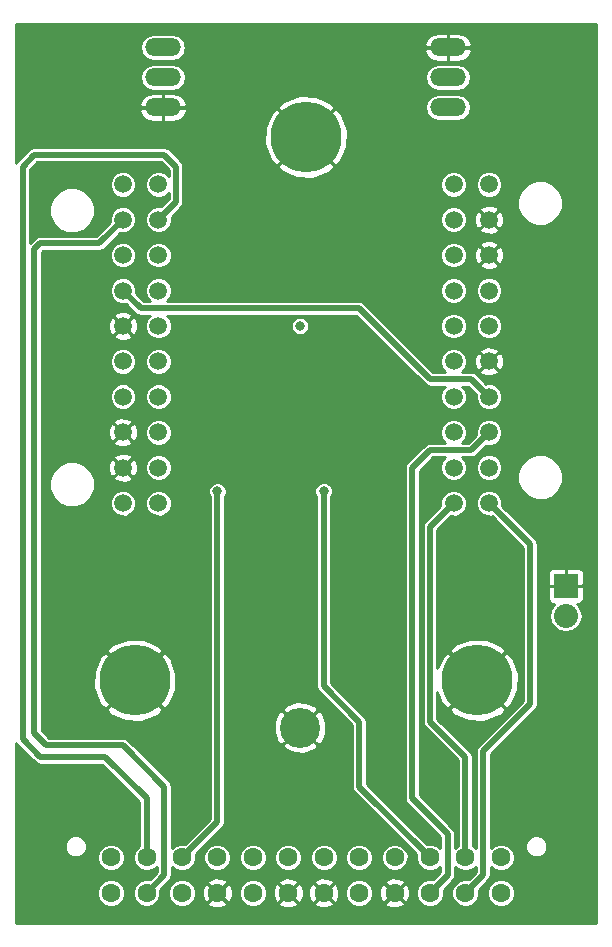
<source format=gbr>
G04 #@! TF.FileFunction,Copper,L3,Inr,Signal*
%FSLAX46Y46*%
G04 Gerber Fmt 4.6, Leading zero omitted, Abs format (unit mm)*
G04 Created by KiCad (PCBNEW 4.0.5+dfsg1-4) date Thu Nov  1 13:58:00 2018*
%MOMM*%
%LPD*%
G01*
G04 APERTURE LIST*
%ADD10C,0.100000*%
%ADD11O,3.014980X1.506220*%
%ADD12C,1.500000*%
%ADD13C,6.000000*%
%ADD14C,3.400000*%
%ADD15R,2.032000X2.032000*%
%ADD16O,2.032000X2.032000*%
%ADD17C,1.600000*%
%ADD18C,0.800000*%
%ADD19C,0.500000*%
%ADD20C,0.254000*%
G04 APERTURE END LIST*
D10*
D11*
X72898000Y-42418000D03*
X72898000Y-44958000D03*
X72898000Y-47498000D03*
X97028000Y-47498000D03*
X97028000Y-44958000D03*
X97028000Y-42418000D03*
D12*
X72500000Y-81000000D03*
X69500000Y-81000000D03*
X69500000Y-78000000D03*
X72500000Y-78000000D03*
X72500000Y-75000000D03*
X69500000Y-75000000D03*
X69500000Y-72000000D03*
X72500000Y-72000000D03*
X72500000Y-69000000D03*
X69500000Y-69000000D03*
X69500000Y-66000000D03*
X72500000Y-66000000D03*
X72500000Y-63000000D03*
X69500000Y-63000000D03*
X69500000Y-60000000D03*
X72500000Y-60000000D03*
X72500000Y-57000000D03*
X69500000Y-57000000D03*
X72500000Y-54000000D03*
X69500000Y-54000000D03*
D13*
X70500000Y-96000000D03*
X99500000Y-96000000D03*
X85000000Y-50000000D03*
D14*
X84500000Y-100000000D03*
D15*
X107000000Y-88000000D03*
D16*
X107000000Y-90540000D03*
D17*
X101500000Y-114000000D03*
X98500000Y-114000000D03*
X95500000Y-114000000D03*
X92500000Y-114000000D03*
X89500000Y-114000000D03*
X86500000Y-114000000D03*
X83500000Y-114000000D03*
X80500000Y-114000000D03*
X77500000Y-114000000D03*
X74500000Y-114000000D03*
X71500000Y-114000000D03*
X68500000Y-114000000D03*
X101500000Y-111000000D03*
X98500000Y-111000000D03*
X95500000Y-111000000D03*
X92500000Y-111000000D03*
X89500000Y-111000000D03*
X86500000Y-111000000D03*
X83500000Y-111000000D03*
X80500000Y-111000000D03*
X77500000Y-111000000D03*
X74500000Y-111000000D03*
X71500000Y-111000000D03*
X68500000Y-111000000D03*
D12*
X97500000Y-54000000D03*
X100500000Y-54000000D03*
X100500000Y-57000000D03*
X97500000Y-57000000D03*
X97500000Y-60000000D03*
X100500000Y-60000000D03*
X100500000Y-63000000D03*
X97500000Y-63000000D03*
X97500000Y-66000000D03*
X100500000Y-66000000D03*
X100500000Y-69000000D03*
X97500000Y-69000000D03*
X97500000Y-72000000D03*
X100500000Y-72000000D03*
X100500000Y-75000000D03*
X97500000Y-75000000D03*
X97500000Y-78000000D03*
X100500000Y-78000000D03*
X97500000Y-81000000D03*
X100500000Y-81000000D03*
D18*
X89000000Y-80000000D03*
X80000000Y-80000000D03*
X91000000Y-73000000D03*
X82000000Y-73000000D03*
X106500000Y-98000000D03*
X64000000Y-99000000D03*
X84500000Y-66000000D03*
X86500000Y-80000000D03*
X77500000Y-80000000D03*
D19*
X71500000Y-111000000D02*
X71500000Y-106000000D01*
X74000000Y-55500000D02*
X72500000Y-57000000D01*
X68000000Y-102500000D02*
X71500000Y-106000000D01*
X62500000Y-102500000D02*
X68000000Y-102500000D01*
X61000000Y-101000000D02*
X62500000Y-102500000D01*
X61000000Y-52500000D02*
X61000000Y-101000000D01*
X62000000Y-51500000D02*
X61000000Y-52500000D01*
X73000000Y-51500000D02*
X62000000Y-51500000D01*
X74000000Y-52500000D02*
X73000000Y-51500000D01*
X74000000Y-55500000D02*
X74000000Y-52500000D01*
X69500000Y-57000000D02*
X67500000Y-59000000D01*
X67500000Y-59000000D02*
X62500000Y-59000000D01*
X62500000Y-59000000D02*
X62000000Y-59500000D01*
X62000000Y-59500000D02*
X62000000Y-100500000D01*
X62000000Y-100500000D02*
X63000000Y-101500000D01*
X63000000Y-101500000D02*
X69500000Y-101500000D01*
X69500000Y-101500000D02*
X73000000Y-105000000D01*
X73000000Y-105000000D02*
X73000000Y-112500000D01*
X73000000Y-112500000D02*
X71500000Y-114000000D01*
X98500000Y-114000000D02*
X100000000Y-112500000D01*
X100000000Y-112500000D02*
X100000000Y-102000000D01*
X100000000Y-102000000D02*
X104000000Y-98000000D01*
X104000000Y-98000000D02*
X104000000Y-84500000D01*
X104000000Y-84500000D02*
X100500000Y-81000000D01*
X94000000Y-106000000D02*
X97000000Y-109000000D01*
X100500000Y-75000000D02*
X99000000Y-76500000D01*
X95500000Y-76500000D02*
X99000000Y-76500000D01*
X94000000Y-78000000D02*
X95500000Y-76500000D01*
X94000000Y-106000000D02*
X94000000Y-78000000D01*
X97000000Y-112500000D02*
X95500000Y-114000000D01*
X97000000Y-109000000D02*
X97000000Y-112500000D01*
X98500000Y-111000000D02*
X98500000Y-102500000D01*
X95500000Y-83000000D02*
X97500000Y-81000000D01*
X95500000Y-99500000D02*
X95500000Y-83000000D01*
X98500000Y-102500000D02*
X95500000Y-99500000D01*
X86500000Y-80000000D02*
X86500000Y-96500000D01*
X86500000Y-96500000D02*
X89500000Y-99500000D01*
X89500000Y-99500000D02*
X89500000Y-105000000D01*
X89500000Y-105000000D02*
X95500000Y-111000000D01*
X77500000Y-108000000D02*
X74500000Y-111000000D01*
X77500000Y-108000000D02*
X77500000Y-80000000D01*
X69500000Y-63000000D02*
X71000000Y-64500000D01*
X71000000Y-64500000D02*
X89500000Y-64500000D01*
X89500000Y-64500000D02*
X95500000Y-70500000D01*
X95500000Y-70500000D02*
X99000000Y-70500000D01*
X99000000Y-70500000D02*
X100500000Y-72000000D01*
D20*
G36*
X109544000Y-116544000D02*
X60456000Y-116544000D01*
X60456000Y-114233885D01*
X67318796Y-114233885D01*
X67498213Y-114668109D01*
X67830144Y-115000619D01*
X68264054Y-115180794D01*
X68733885Y-115181204D01*
X69168109Y-115001787D01*
X69500619Y-114669856D01*
X69680794Y-114235946D01*
X69681204Y-113766115D01*
X69501787Y-113331891D01*
X69169856Y-112999381D01*
X68735946Y-112819206D01*
X68266115Y-112818796D01*
X67831891Y-112998213D01*
X67499381Y-113330144D01*
X67319206Y-113764054D01*
X67318796Y-114233885D01*
X60456000Y-114233885D01*
X60456000Y-111233885D01*
X67318796Y-111233885D01*
X67498213Y-111668109D01*
X67830144Y-112000619D01*
X68264054Y-112180794D01*
X68733885Y-112181204D01*
X69168109Y-112001787D01*
X69500619Y-111669856D01*
X69680794Y-111235946D01*
X69681204Y-110766115D01*
X69501787Y-110331891D01*
X69169856Y-109999381D01*
X68735946Y-109819206D01*
X68266115Y-109818796D01*
X67831891Y-109998213D01*
X67499381Y-110330144D01*
X67319206Y-110764054D01*
X67318796Y-111233885D01*
X60456000Y-111233885D01*
X60456000Y-110244375D01*
X64568839Y-110244375D01*
X64710277Y-110586680D01*
X64971943Y-110848803D01*
X65314000Y-110990838D01*
X65684375Y-110991161D01*
X66026680Y-110849723D01*
X66288803Y-110588057D01*
X66430838Y-110246000D01*
X66431161Y-109875625D01*
X66289723Y-109533320D01*
X66028057Y-109271197D01*
X65686000Y-109129162D01*
X65315625Y-109128839D01*
X64973320Y-109270277D01*
X64711197Y-109531943D01*
X64569162Y-109874000D01*
X64568839Y-110244375D01*
X60456000Y-110244375D01*
X60456000Y-101299793D01*
X60553816Y-101446184D01*
X62053815Y-102946184D01*
X62258526Y-103082968D01*
X62298589Y-103090937D01*
X62500000Y-103131000D01*
X67738632Y-103131000D01*
X70869000Y-106261369D01*
X70869000Y-109982880D01*
X70831891Y-109998213D01*
X70499381Y-110330144D01*
X70319206Y-110764054D01*
X70318796Y-111233885D01*
X70498213Y-111668109D01*
X70830144Y-112000619D01*
X71264054Y-112180794D01*
X71733885Y-112181204D01*
X72168109Y-112001787D01*
X72369000Y-111801246D01*
X72369000Y-112238631D01*
X71773028Y-112834604D01*
X71735946Y-112819206D01*
X71266115Y-112818796D01*
X70831891Y-112998213D01*
X70499381Y-113330144D01*
X70319206Y-113764054D01*
X70318796Y-114233885D01*
X70498213Y-114668109D01*
X70830144Y-115000619D01*
X71264054Y-115180794D01*
X71733885Y-115181204D01*
X72168109Y-115001787D01*
X72500619Y-114669856D01*
X72680794Y-114235946D01*
X72680795Y-114233885D01*
X73318796Y-114233885D01*
X73498213Y-114668109D01*
X73830144Y-115000619D01*
X74264054Y-115180794D01*
X74733885Y-115181204D01*
X75168109Y-115001787D01*
X75307993Y-114862146D01*
X76655815Y-114862146D01*
X76726424Y-115086342D01*
X77201034Y-115299683D01*
X77721159Y-115315161D01*
X78207614Y-115130416D01*
X78273576Y-115086342D01*
X78344185Y-114862146D01*
X77500000Y-114017961D01*
X76655815Y-114862146D01*
X75307993Y-114862146D01*
X75500619Y-114669856D01*
X75680794Y-114235946D01*
X75680806Y-114221159D01*
X76184839Y-114221159D01*
X76369584Y-114707614D01*
X76413658Y-114773576D01*
X76637854Y-114844185D01*
X77482039Y-114000000D01*
X77517961Y-114000000D01*
X78362146Y-114844185D01*
X78586342Y-114773576D01*
X78799683Y-114298966D01*
X78801619Y-114233885D01*
X79318796Y-114233885D01*
X79498213Y-114668109D01*
X79830144Y-115000619D01*
X80264054Y-115180794D01*
X80733885Y-115181204D01*
X81168109Y-115001787D01*
X81307993Y-114862146D01*
X82655815Y-114862146D01*
X82726424Y-115086342D01*
X83201034Y-115299683D01*
X83721159Y-115315161D01*
X84207614Y-115130416D01*
X84273576Y-115086342D01*
X84344185Y-114862146D01*
X85655815Y-114862146D01*
X85726424Y-115086342D01*
X86201034Y-115299683D01*
X86721159Y-115315161D01*
X87207614Y-115130416D01*
X87273576Y-115086342D01*
X87344185Y-114862146D01*
X86500000Y-114017961D01*
X85655815Y-114862146D01*
X84344185Y-114862146D01*
X83500000Y-114017961D01*
X82655815Y-114862146D01*
X81307993Y-114862146D01*
X81500619Y-114669856D01*
X81680794Y-114235946D01*
X81680806Y-114221159D01*
X82184839Y-114221159D01*
X82369584Y-114707614D01*
X82413658Y-114773576D01*
X82637854Y-114844185D01*
X83482039Y-114000000D01*
X83517961Y-114000000D01*
X84362146Y-114844185D01*
X84586342Y-114773576D01*
X84799683Y-114298966D01*
X84801998Y-114221159D01*
X85184839Y-114221159D01*
X85369584Y-114707614D01*
X85413658Y-114773576D01*
X85637854Y-114844185D01*
X86482039Y-114000000D01*
X86517961Y-114000000D01*
X87362146Y-114844185D01*
X87586342Y-114773576D01*
X87799683Y-114298966D01*
X87801619Y-114233885D01*
X88318796Y-114233885D01*
X88498213Y-114668109D01*
X88830144Y-115000619D01*
X89264054Y-115180794D01*
X89733885Y-115181204D01*
X90168109Y-115001787D01*
X90307993Y-114862146D01*
X91655815Y-114862146D01*
X91726424Y-115086342D01*
X92201034Y-115299683D01*
X92721159Y-115315161D01*
X93207614Y-115130416D01*
X93273576Y-115086342D01*
X93344185Y-114862146D01*
X92500000Y-114017961D01*
X91655815Y-114862146D01*
X90307993Y-114862146D01*
X90500619Y-114669856D01*
X90680794Y-114235946D01*
X90680806Y-114221159D01*
X91184839Y-114221159D01*
X91369584Y-114707614D01*
X91413658Y-114773576D01*
X91637854Y-114844185D01*
X92482039Y-114000000D01*
X92517961Y-114000000D01*
X93362146Y-114844185D01*
X93586342Y-114773576D01*
X93799683Y-114298966D01*
X93815161Y-113778841D01*
X93630416Y-113292386D01*
X93586342Y-113226424D01*
X93362146Y-113155815D01*
X92517961Y-114000000D01*
X92482039Y-114000000D01*
X91637854Y-113155815D01*
X91413658Y-113226424D01*
X91200317Y-113701034D01*
X91184839Y-114221159D01*
X90680806Y-114221159D01*
X90681204Y-113766115D01*
X90501787Y-113331891D01*
X90308088Y-113137854D01*
X91655815Y-113137854D01*
X92500000Y-113982039D01*
X93344185Y-113137854D01*
X93273576Y-112913658D01*
X92798966Y-112700317D01*
X92278841Y-112684839D01*
X91792386Y-112869584D01*
X91726424Y-112913658D01*
X91655815Y-113137854D01*
X90308088Y-113137854D01*
X90169856Y-112999381D01*
X89735946Y-112819206D01*
X89266115Y-112818796D01*
X88831891Y-112998213D01*
X88499381Y-113330144D01*
X88319206Y-113764054D01*
X88318796Y-114233885D01*
X87801619Y-114233885D01*
X87815161Y-113778841D01*
X87630416Y-113292386D01*
X87586342Y-113226424D01*
X87362146Y-113155815D01*
X86517961Y-114000000D01*
X86482039Y-114000000D01*
X85637854Y-113155815D01*
X85413658Y-113226424D01*
X85200317Y-113701034D01*
X85184839Y-114221159D01*
X84801998Y-114221159D01*
X84815161Y-113778841D01*
X84630416Y-113292386D01*
X84586342Y-113226424D01*
X84362146Y-113155815D01*
X83517961Y-114000000D01*
X83482039Y-114000000D01*
X82637854Y-113155815D01*
X82413658Y-113226424D01*
X82200317Y-113701034D01*
X82184839Y-114221159D01*
X81680806Y-114221159D01*
X81681204Y-113766115D01*
X81501787Y-113331891D01*
X81308088Y-113137854D01*
X82655815Y-113137854D01*
X83500000Y-113982039D01*
X84344185Y-113137854D01*
X85655815Y-113137854D01*
X86500000Y-113982039D01*
X87344185Y-113137854D01*
X87273576Y-112913658D01*
X86798966Y-112700317D01*
X86278841Y-112684839D01*
X85792386Y-112869584D01*
X85726424Y-112913658D01*
X85655815Y-113137854D01*
X84344185Y-113137854D01*
X84273576Y-112913658D01*
X83798966Y-112700317D01*
X83278841Y-112684839D01*
X82792386Y-112869584D01*
X82726424Y-112913658D01*
X82655815Y-113137854D01*
X81308088Y-113137854D01*
X81169856Y-112999381D01*
X80735946Y-112819206D01*
X80266115Y-112818796D01*
X79831891Y-112998213D01*
X79499381Y-113330144D01*
X79319206Y-113764054D01*
X79318796Y-114233885D01*
X78801619Y-114233885D01*
X78815161Y-113778841D01*
X78630416Y-113292386D01*
X78586342Y-113226424D01*
X78362146Y-113155815D01*
X77517961Y-114000000D01*
X77482039Y-114000000D01*
X76637854Y-113155815D01*
X76413658Y-113226424D01*
X76200317Y-113701034D01*
X76184839Y-114221159D01*
X75680806Y-114221159D01*
X75681204Y-113766115D01*
X75501787Y-113331891D01*
X75308088Y-113137854D01*
X76655815Y-113137854D01*
X77500000Y-113982039D01*
X78344185Y-113137854D01*
X78273576Y-112913658D01*
X77798966Y-112700317D01*
X77278841Y-112684839D01*
X76792386Y-112869584D01*
X76726424Y-112913658D01*
X76655815Y-113137854D01*
X75308088Y-113137854D01*
X75169856Y-112999381D01*
X74735946Y-112819206D01*
X74266115Y-112818796D01*
X73831891Y-112998213D01*
X73499381Y-113330144D01*
X73319206Y-113764054D01*
X73318796Y-114233885D01*
X72680795Y-114233885D01*
X72681204Y-113766115D01*
X72665138Y-113727231D01*
X73446184Y-112946185D01*
X73582968Y-112741474D01*
X73594233Y-112684839D01*
X73631000Y-112500000D01*
X73631000Y-111801128D01*
X73830144Y-112000619D01*
X74264054Y-112180794D01*
X74733885Y-112181204D01*
X75168109Y-112001787D01*
X75500619Y-111669856D01*
X75680794Y-111235946D01*
X75680795Y-111233885D01*
X76318796Y-111233885D01*
X76498213Y-111668109D01*
X76830144Y-112000619D01*
X77264054Y-112180794D01*
X77733885Y-112181204D01*
X78168109Y-112001787D01*
X78500619Y-111669856D01*
X78680794Y-111235946D01*
X78680795Y-111233885D01*
X79318796Y-111233885D01*
X79498213Y-111668109D01*
X79830144Y-112000619D01*
X80264054Y-112180794D01*
X80733885Y-112181204D01*
X81168109Y-112001787D01*
X81500619Y-111669856D01*
X81680794Y-111235946D01*
X81680795Y-111233885D01*
X82318796Y-111233885D01*
X82498213Y-111668109D01*
X82830144Y-112000619D01*
X83264054Y-112180794D01*
X83733885Y-112181204D01*
X84168109Y-112001787D01*
X84500619Y-111669856D01*
X84680794Y-111235946D01*
X84680795Y-111233885D01*
X85318796Y-111233885D01*
X85498213Y-111668109D01*
X85830144Y-112000619D01*
X86264054Y-112180794D01*
X86733885Y-112181204D01*
X87168109Y-112001787D01*
X87500619Y-111669856D01*
X87680794Y-111235946D01*
X87680795Y-111233885D01*
X88318796Y-111233885D01*
X88498213Y-111668109D01*
X88830144Y-112000619D01*
X89264054Y-112180794D01*
X89733885Y-112181204D01*
X90168109Y-112001787D01*
X90500619Y-111669856D01*
X90680794Y-111235946D01*
X90680795Y-111233885D01*
X91318796Y-111233885D01*
X91498213Y-111668109D01*
X91830144Y-112000619D01*
X92264054Y-112180794D01*
X92733885Y-112181204D01*
X93168109Y-112001787D01*
X93500619Y-111669856D01*
X93680794Y-111235946D01*
X93681204Y-110766115D01*
X93501787Y-110331891D01*
X93169856Y-109999381D01*
X92735946Y-109819206D01*
X92266115Y-109818796D01*
X91831891Y-109998213D01*
X91499381Y-110330144D01*
X91319206Y-110764054D01*
X91318796Y-111233885D01*
X90680795Y-111233885D01*
X90681204Y-110766115D01*
X90501787Y-110331891D01*
X90169856Y-109999381D01*
X89735946Y-109819206D01*
X89266115Y-109818796D01*
X88831891Y-109998213D01*
X88499381Y-110330144D01*
X88319206Y-110764054D01*
X88318796Y-111233885D01*
X87680795Y-111233885D01*
X87681204Y-110766115D01*
X87501787Y-110331891D01*
X87169856Y-109999381D01*
X86735946Y-109819206D01*
X86266115Y-109818796D01*
X85831891Y-109998213D01*
X85499381Y-110330144D01*
X85319206Y-110764054D01*
X85318796Y-111233885D01*
X84680795Y-111233885D01*
X84681204Y-110766115D01*
X84501787Y-110331891D01*
X84169856Y-109999381D01*
X83735946Y-109819206D01*
X83266115Y-109818796D01*
X82831891Y-109998213D01*
X82499381Y-110330144D01*
X82319206Y-110764054D01*
X82318796Y-111233885D01*
X81680795Y-111233885D01*
X81681204Y-110766115D01*
X81501787Y-110331891D01*
X81169856Y-109999381D01*
X80735946Y-109819206D01*
X80266115Y-109818796D01*
X79831891Y-109998213D01*
X79499381Y-110330144D01*
X79319206Y-110764054D01*
X79318796Y-111233885D01*
X78680795Y-111233885D01*
X78681204Y-110766115D01*
X78501787Y-110331891D01*
X78169856Y-109999381D01*
X77735946Y-109819206D01*
X77266115Y-109818796D01*
X76831891Y-109998213D01*
X76499381Y-110330144D01*
X76319206Y-110764054D01*
X76318796Y-111233885D01*
X75680795Y-111233885D01*
X75681204Y-110766115D01*
X75665137Y-110727231D01*
X77946185Y-108446184D01*
X78082968Y-108241473D01*
X78131000Y-108000000D01*
X78131000Y-101511030D01*
X83006931Y-101511030D01*
X83187040Y-101828741D01*
X83986812Y-102191984D01*
X84864712Y-102221518D01*
X85687088Y-101912845D01*
X85812960Y-101828741D01*
X85993069Y-101511030D01*
X84500000Y-100017961D01*
X83006931Y-101511030D01*
X78131000Y-101511030D01*
X78131000Y-100364712D01*
X82278482Y-100364712D01*
X82587155Y-101187088D01*
X82671259Y-101312960D01*
X82988970Y-101493069D01*
X84482039Y-100000000D01*
X84517961Y-100000000D01*
X86011030Y-101493069D01*
X86328741Y-101312960D01*
X86691984Y-100513188D01*
X86721518Y-99635288D01*
X86412845Y-98812912D01*
X86328741Y-98687040D01*
X86011030Y-98506931D01*
X84517961Y-100000000D01*
X84482039Y-100000000D01*
X82988970Y-98506931D01*
X82671259Y-98687040D01*
X82308016Y-99486812D01*
X82278482Y-100364712D01*
X78131000Y-100364712D01*
X78131000Y-98488970D01*
X83006931Y-98488970D01*
X84500000Y-99982039D01*
X85993069Y-98488970D01*
X85812960Y-98171259D01*
X85013188Y-97808016D01*
X84135288Y-97778482D01*
X83312912Y-98087155D01*
X83187040Y-98171259D01*
X83006931Y-98488970D01*
X78131000Y-98488970D01*
X78131000Y-80473639D01*
X78161714Y-80442979D01*
X78280864Y-80156032D01*
X78280865Y-80154669D01*
X85718864Y-80154669D01*
X85837514Y-80441823D01*
X85869000Y-80473364D01*
X85869000Y-96500000D01*
X85917032Y-96741473D01*
X86053816Y-96946184D01*
X88869000Y-99761369D01*
X88869000Y-105000000D01*
X88917032Y-105241473D01*
X89053816Y-105446184D01*
X94334604Y-110726972D01*
X94319206Y-110764054D01*
X94318796Y-111233885D01*
X94498213Y-111668109D01*
X94830144Y-112000619D01*
X95264054Y-112180794D01*
X95733885Y-112181204D01*
X96168109Y-112001787D01*
X96369000Y-111801246D01*
X96369000Y-112238631D01*
X95773028Y-112834604D01*
X95735946Y-112819206D01*
X95266115Y-112818796D01*
X94831891Y-112998213D01*
X94499381Y-113330144D01*
X94319206Y-113764054D01*
X94318796Y-114233885D01*
X94498213Y-114668109D01*
X94830144Y-115000619D01*
X95264054Y-115180794D01*
X95733885Y-115181204D01*
X96168109Y-115001787D01*
X96500619Y-114669856D01*
X96680794Y-114235946D01*
X96681204Y-113766115D01*
X96665138Y-113727231D01*
X97446184Y-112946185D01*
X97582968Y-112741474D01*
X97594233Y-112684839D01*
X97631000Y-112500000D01*
X97631000Y-111801128D01*
X97830144Y-112000619D01*
X98264054Y-112180794D01*
X98733885Y-112181204D01*
X99168109Y-112001787D01*
X99369000Y-111801246D01*
X99369000Y-112238631D01*
X98773028Y-112834604D01*
X98735946Y-112819206D01*
X98266115Y-112818796D01*
X97831891Y-112998213D01*
X97499381Y-113330144D01*
X97319206Y-113764054D01*
X97318796Y-114233885D01*
X97498213Y-114668109D01*
X97830144Y-115000619D01*
X98264054Y-115180794D01*
X98733885Y-115181204D01*
X99168109Y-115001787D01*
X99500619Y-114669856D01*
X99680794Y-114235946D01*
X99680795Y-114233885D01*
X100318796Y-114233885D01*
X100498213Y-114668109D01*
X100830144Y-115000619D01*
X101264054Y-115180794D01*
X101733885Y-115181204D01*
X102168109Y-115001787D01*
X102500619Y-114669856D01*
X102680794Y-114235946D01*
X102681204Y-113766115D01*
X102501787Y-113331891D01*
X102169856Y-112999381D01*
X101735946Y-112819206D01*
X101266115Y-112818796D01*
X100831891Y-112998213D01*
X100499381Y-113330144D01*
X100319206Y-113764054D01*
X100318796Y-114233885D01*
X99680795Y-114233885D01*
X99681204Y-113766115D01*
X99665138Y-113727231D01*
X100446184Y-112946185D01*
X100582968Y-112741474D01*
X100594233Y-112684839D01*
X100631000Y-112500000D01*
X100631000Y-111801128D01*
X100830144Y-112000619D01*
X101264054Y-112180794D01*
X101733885Y-112181204D01*
X102168109Y-112001787D01*
X102500619Y-111669856D01*
X102680794Y-111235946D01*
X102681204Y-110766115D01*
X102501787Y-110331891D01*
X102414424Y-110244375D01*
X103568839Y-110244375D01*
X103710277Y-110586680D01*
X103971943Y-110848803D01*
X104314000Y-110990838D01*
X104684375Y-110991161D01*
X105026680Y-110849723D01*
X105288803Y-110588057D01*
X105430838Y-110246000D01*
X105431161Y-109875625D01*
X105289723Y-109533320D01*
X105028057Y-109271197D01*
X104686000Y-109129162D01*
X104315625Y-109128839D01*
X103973320Y-109270277D01*
X103711197Y-109531943D01*
X103569162Y-109874000D01*
X103568839Y-110244375D01*
X102414424Y-110244375D01*
X102169856Y-109999381D01*
X101735946Y-109819206D01*
X101266115Y-109818796D01*
X100831891Y-109998213D01*
X100631000Y-110198754D01*
X100631000Y-102261368D01*
X104446184Y-98446185D01*
X104582968Y-98241474D01*
X104612688Y-98092059D01*
X104631000Y-98000000D01*
X104631000Y-88139700D01*
X105476000Y-88139700D01*
X105476000Y-89117048D01*
X105553339Y-89303759D01*
X105696242Y-89446662D01*
X105882953Y-89524000D01*
X106026965Y-89524000D01*
X105984803Y-89552172D01*
X105681971Y-90005391D01*
X105575631Y-90540000D01*
X105681971Y-91074609D01*
X105984803Y-91527828D01*
X106438022Y-91830660D01*
X106972631Y-91937000D01*
X107027369Y-91937000D01*
X107561978Y-91830660D01*
X108015197Y-91527828D01*
X108318029Y-91074609D01*
X108424369Y-90540000D01*
X108318029Y-90005391D01*
X108015197Y-89552172D01*
X107973035Y-89524000D01*
X108117047Y-89524000D01*
X108303758Y-89446662D01*
X108446661Y-89303759D01*
X108524000Y-89117048D01*
X108524000Y-88139700D01*
X108397000Y-88012700D01*
X107012700Y-88012700D01*
X107012700Y-88032700D01*
X106987300Y-88032700D01*
X106987300Y-88012700D01*
X105603000Y-88012700D01*
X105476000Y-88139700D01*
X104631000Y-88139700D01*
X104631000Y-86882952D01*
X105476000Y-86882952D01*
X105476000Y-87860300D01*
X105603000Y-87987300D01*
X106987300Y-87987300D01*
X106987300Y-86603000D01*
X107012700Y-86603000D01*
X107012700Y-87987300D01*
X108397000Y-87987300D01*
X108524000Y-87860300D01*
X108524000Y-86882952D01*
X108446661Y-86696241D01*
X108303758Y-86553338D01*
X108117047Y-86476000D01*
X107139700Y-86476000D01*
X107012700Y-86603000D01*
X106987300Y-86603000D01*
X106860300Y-86476000D01*
X105882953Y-86476000D01*
X105696242Y-86553338D01*
X105553339Y-86696241D01*
X105476000Y-86882952D01*
X104631000Y-86882952D01*
X104631000Y-84500000D01*
X104582968Y-84258527D01*
X104537580Y-84190599D01*
X104446184Y-84053815D01*
X101627143Y-81234774D01*
X101630804Y-81225957D01*
X101631196Y-80776017D01*
X101459375Y-80360177D01*
X101141497Y-80041744D01*
X100725957Y-79869196D01*
X100276017Y-79868804D01*
X99860177Y-80040625D01*
X99541744Y-80358503D01*
X99369196Y-80774043D01*
X99368804Y-81223983D01*
X99540625Y-81639823D01*
X99858503Y-81958256D01*
X100274043Y-82130804D01*
X100723983Y-82131196D01*
X100734487Y-82126856D01*
X103369000Y-84761369D01*
X103369000Y-97738631D01*
X99553816Y-101553816D01*
X99417032Y-101758527D01*
X99369000Y-102000000D01*
X99369000Y-110198872D01*
X99169856Y-109999381D01*
X99131000Y-109983247D01*
X99131000Y-102500000D01*
X99082968Y-102258527D01*
X99058239Y-102221518D01*
X98946185Y-102053816D01*
X96131000Y-99238632D01*
X96131000Y-98448289D01*
X97069672Y-98448289D01*
X97407941Y-98901078D01*
X98677384Y-99480843D01*
X100072063Y-99530681D01*
X101379650Y-99043005D01*
X101592059Y-98901078D01*
X101930328Y-98448289D01*
X99500000Y-96017961D01*
X97069672Y-98448289D01*
X96131000Y-98448289D01*
X96131000Y-97005572D01*
X96456995Y-97879650D01*
X96598922Y-98092059D01*
X97051711Y-98430328D01*
X99482039Y-96000000D01*
X99517961Y-96000000D01*
X101948289Y-98430328D01*
X102401078Y-98092059D01*
X102980843Y-96822616D01*
X103030681Y-95427937D01*
X102543005Y-94120350D01*
X102401078Y-93907941D01*
X101948289Y-93569672D01*
X99517961Y-96000000D01*
X99482039Y-96000000D01*
X97051711Y-93569672D01*
X96598922Y-93907941D01*
X96131000Y-94932495D01*
X96131000Y-93551711D01*
X97069672Y-93551711D01*
X99500000Y-95982039D01*
X101930328Y-93551711D01*
X101592059Y-93098922D01*
X100322616Y-92519157D01*
X98927937Y-92469319D01*
X97620350Y-92956995D01*
X97407941Y-93098922D01*
X97069672Y-93551711D01*
X96131000Y-93551711D01*
X96131000Y-83261368D01*
X97265225Y-82127143D01*
X97274043Y-82130804D01*
X97723983Y-82131196D01*
X98139823Y-81959375D01*
X98458256Y-81641497D01*
X98630804Y-81225957D01*
X98631196Y-80776017D01*
X98459375Y-80360177D01*
X98141497Y-80041744D01*
X97725957Y-79869196D01*
X97276017Y-79868804D01*
X96860177Y-80040625D01*
X96541744Y-80358503D01*
X96369196Y-80774043D01*
X96368804Y-81223983D01*
X96373144Y-81234488D01*
X95053816Y-82553816D01*
X94917032Y-82758527D01*
X94869000Y-83000000D01*
X94869000Y-99500000D01*
X94917032Y-99741473D01*
X95053816Y-99946184D01*
X97869000Y-102761369D01*
X97869000Y-109982880D01*
X97831891Y-109998213D01*
X97631000Y-110198754D01*
X97631000Y-109000000D01*
X97582968Y-108758527D01*
X97446185Y-108553816D01*
X94631000Y-105738632D01*
X94631000Y-79182415D01*
X102888665Y-79182415D01*
X103182023Y-79892395D01*
X103724748Y-80436068D01*
X104434215Y-80730665D01*
X105202415Y-80731335D01*
X105912395Y-80437977D01*
X106456068Y-79895252D01*
X106750665Y-79185785D01*
X106751335Y-78417585D01*
X106457977Y-77707605D01*
X105915252Y-77163932D01*
X105205785Y-76869335D01*
X104437585Y-76868665D01*
X103727605Y-77162023D01*
X103183932Y-77704748D01*
X102889335Y-78414215D01*
X102888665Y-79182415D01*
X94631000Y-79182415D01*
X94631000Y-78261368D01*
X95761369Y-77131000D01*
X96769644Y-77131000D01*
X96541744Y-77358503D01*
X96369196Y-77774043D01*
X96368804Y-78223983D01*
X96540625Y-78639823D01*
X96858503Y-78958256D01*
X97274043Y-79130804D01*
X97723983Y-79131196D01*
X98139823Y-78959375D01*
X98458256Y-78641497D01*
X98630804Y-78225957D01*
X98630805Y-78223983D01*
X99368804Y-78223983D01*
X99540625Y-78639823D01*
X99858503Y-78958256D01*
X100274043Y-79130804D01*
X100723983Y-79131196D01*
X101139823Y-78959375D01*
X101458256Y-78641497D01*
X101630804Y-78225957D01*
X101631196Y-77776017D01*
X101459375Y-77360177D01*
X101141497Y-77041744D01*
X100725957Y-76869196D01*
X100276017Y-76868804D01*
X99860177Y-77040625D01*
X99541744Y-77358503D01*
X99369196Y-77774043D01*
X99368804Y-78223983D01*
X98630805Y-78223983D01*
X98631196Y-77776017D01*
X98459375Y-77360177D01*
X98230597Y-77131000D01*
X99000000Y-77131000D01*
X99241473Y-77082968D01*
X99446184Y-76946184D01*
X100265226Y-76127143D01*
X100274043Y-76130804D01*
X100723983Y-76131196D01*
X101139823Y-75959375D01*
X101458256Y-75641497D01*
X101630804Y-75225957D01*
X101631196Y-74776017D01*
X101459375Y-74360177D01*
X101141497Y-74041744D01*
X100725957Y-73869196D01*
X100276017Y-73868804D01*
X99860177Y-74040625D01*
X99541744Y-74358503D01*
X99369196Y-74774043D01*
X99368804Y-75223983D01*
X99373144Y-75234487D01*
X98738632Y-75869000D01*
X98230356Y-75869000D01*
X98458256Y-75641497D01*
X98630804Y-75225957D01*
X98631196Y-74776017D01*
X98459375Y-74360177D01*
X98141497Y-74041744D01*
X97725957Y-73869196D01*
X97276017Y-73868804D01*
X96860177Y-74040625D01*
X96541744Y-74358503D01*
X96369196Y-74774043D01*
X96368804Y-75223983D01*
X96540625Y-75639823D01*
X96769403Y-75869000D01*
X95500000Y-75869000D01*
X95298589Y-75909063D01*
X95258526Y-75917032D01*
X95053815Y-76053816D01*
X93553816Y-77553816D01*
X93417032Y-77758527D01*
X93369000Y-78000000D01*
X93369000Y-106000000D01*
X93417032Y-106241473D01*
X93553816Y-106446184D01*
X96369000Y-109261369D01*
X96369000Y-110198872D01*
X96169856Y-109999381D01*
X95735946Y-109819206D01*
X95266115Y-109818796D01*
X95227231Y-109834862D01*
X90131000Y-104738632D01*
X90131000Y-99500000D01*
X90082968Y-99258527D01*
X89946185Y-99053816D01*
X87131000Y-96238632D01*
X87131000Y-80473639D01*
X87161714Y-80442979D01*
X87280864Y-80156032D01*
X87281136Y-79845331D01*
X87162486Y-79558177D01*
X86942979Y-79338286D01*
X86656032Y-79219136D01*
X86345331Y-79218864D01*
X86058177Y-79337514D01*
X85838286Y-79557021D01*
X85719136Y-79843968D01*
X85718864Y-80154669D01*
X78280865Y-80154669D01*
X78281136Y-79845331D01*
X78162486Y-79558177D01*
X77942979Y-79338286D01*
X77656032Y-79219136D01*
X77345331Y-79218864D01*
X77058177Y-79337514D01*
X76838286Y-79557021D01*
X76719136Y-79843968D01*
X76718864Y-80154669D01*
X76837514Y-80441823D01*
X76869000Y-80473364D01*
X76869000Y-107738631D01*
X74773028Y-109834604D01*
X74735946Y-109819206D01*
X74266115Y-109818796D01*
X73831891Y-109998213D01*
X73631000Y-110198754D01*
X73631000Y-105000000D01*
X73582968Y-104758527D01*
X73537580Y-104690599D01*
X73446184Y-104553815D01*
X69946184Y-101053816D01*
X69741473Y-100917032D01*
X69500000Y-100869000D01*
X63261369Y-100869000D01*
X62631000Y-100238632D01*
X62631000Y-98448289D01*
X68069672Y-98448289D01*
X68407941Y-98901078D01*
X69677384Y-99480843D01*
X71072063Y-99530681D01*
X72379650Y-99043005D01*
X72592059Y-98901078D01*
X72930328Y-98448289D01*
X70500000Y-96017961D01*
X68069672Y-98448289D01*
X62631000Y-98448289D01*
X62631000Y-96572063D01*
X66969319Y-96572063D01*
X67456995Y-97879650D01*
X67598922Y-98092059D01*
X68051711Y-98430328D01*
X70482039Y-96000000D01*
X70517961Y-96000000D01*
X72948289Y-98430328D01*
X73401078Y-98092059D01*
X73980843Y-96822616D01*
X74030681Y-95427937D01*
X73543005Y-94120350D01*
X73401078Y-93907941D01*
X72948289Y-93569672D01*
X70517961Y-96000000D01*
X70482039Y-96000000D01*
X68051711Y-93569672D01*
X67598922Y-93907941D01*
X67019157Y-95177384D01*
X66969319Y-96572063D01*
X62631000Y-96572063D01*
X62631000Y-93551711D01*
X68069672Y-93551711D01*
X70500000Y-95982039D01*
X72930328Y-93551711D01*
X72592059Y-93098922D01*
X71322616Y-92519157D01*
X69927937Y-92469319D01*
X68620350Y-92956995D01*
X68407941Y-93098922D01*
X68069672Y-93551711D01*
X62631000Y-93551711D01*
X62631000Y-79782415D01*
X63248665Y-79782415D01*
X63542023Y-80492395D01*
X64084748Y-81036068D01*
X64794215Y-81330665D01*
X65562415Y-81331335D01*
X65822226Y-81223983D01*
X68368804Y-81223983D01*
X68540625Y-81639823D01*
X68858503Y-81958256D01*
X69274043Y-82130804D01*
X69723983Y-82131196D01*
X70139823Y-81959375D01*
X70458256Y-81641497D01*
X70630804Y-81225957D01*
X70630805Y-81223983D01*
X71368804Y-81223983D01*
X71540625Y-81639823D01*
X71858503Y-81958256D01*
X72274043Y-82130804D01*
X72723983Y-82131196D01*
X73139823Y-81959375D01*
X73458256Y-81641497D01*
X73630804Y-81225957D01*
X73631196Y-80776017D01*
X73459375Y-80360177D01*
X73141497Y-80041744D01*
X72725957Y-79869196D01*
X72276017Y-79868804D01*
X71860177Y-80040625D01*
X71541744Y-80358503D01*
X71369196Y-80774043D01*
X71368804Y-81223983D01*
X70630805Y-81223983D01*
X70631196Y-80776017D01*
X70459375Y-80360177D01*
X70141497Y-80041744D01*
X69725957Y-79869196D01*
X69276017Y-79868804D01*
X68860177Y-80040625D01*
X68541744Y-80358503D01*
X68369196Y-80774043D01*
X68368804Y-81223983D01*
X65822226Y-81223983D01*
X66272395Y-81037977D01*
X66816068Y-80495252D01*
X67110665Y-79785785D01*
X67111335Y-79017585D01*
X67032214Y-78826096D01*
X68691865Y-78826096D01*
X68756391Y-79045097D01*
X69212937Y-79250110D01*
X69713184Y-79264806D01*
X70180977Y-79086947D01*
X70243609Y-79045097D01*
X70308135Y-78826096D01*
X69500000Y-78017961D01*
X68691865Y-78826096D01*
X67032214Y-78826096D01*
X66817977Y-78307605D01*
X66723721Y-78213184D01*
X68235194Y-78213184D01*
X68413053Y-78680977D01*
X68454903Y-78743609D01*
X68673904Y-78808135D01*
X69482039Y-78000000D01*
X69517961Y-78000000D01*
X70326096Y-78808135D01*
X70545097Y-78743609D01*
X70750110Y-78287063D01*
X70751963Y-78223983D01*
X71368804Y-78223983D01*
X71540625Y-78639823D01*
X71858503Y-78958256D01*
X72274043Y-79130804D01*
X72723983Y-79131196D01*
X73139823Y-78959375D01*
X73458256Y-78641497D01*
X73630804Y-78225957D01*
X73631196Y-77776017D01*
X73459375Y-77360177D01*
X73141497Y-77041744D01*
X72725957Y-76869196D01*
X72276017Y-76868804D01*
X71860177Y-77040625D01*
X71541744Y-77358503D01*
X71369196Y-77774043D01*
X71368804Y-78223983D01*
X70751963Y-78223983D01*
X70764806Y-77786816D01*
X70586947Y-77319023D01*
X70545097Y-77256391D01*
X70326096Y-77191865D01*
X69517961Y-78000000D01*
X69482039Y-78000000D01*
X68673904Y-77191865D01*
X68454903Y-77256391D01*
X68249890Y-77712937D01*
X68235194Y-78213184D01*
X66723721Y-78213184D01*
X66275252Y-77763932D01*
X65565785Y-77469335D01*
X64797585Y-77468665D01*
X64087605Y-77762023D01*
X63543932Y-78304748D01*
X63249335Y-79014215D01*
X63248665Y-79782415D01*
X62631000Y-79782415D01*
X62631000Y-77173904D01*
X68691865Y-77173904D01*
X69500000Y-77982039D01*
X70308135Y-77173904D01*
X70243609Y-76954903D01*
X69787063Y-76749890D01*
X69286816Y-76735194D01*
X68819023Y-76913053D01*
X68756391Y-76954903D01*
X68691865Y-77173904D01*
X62631000Y-77173904D01*
X62631000Y-75826096D01*
X68691865Y-75826096D01*
X68756391Y-76045097D01*
X69212937Y-76250110D01*
X69713184Y-76264806D01*
X70180977Y-76086947D01*
X70243609Y-76045097D01*
X70308135Y-75826096D01*
X69500000Y-75017961D01*
X68691865Y-75826096D01*
X62631000Y-75826096D01*
X62631000Y-75213184D01*
X68235194Y-75213184D01*
X68413053Y-75680977D01*
X68454903Y-75743609D01*
X68673904Y-75808135D01*
X69482039Y-75000000D01*
X69517961Y-75000000D01*
X70326096Y-75808135D01*
X70545097Y-75743609D01*
X70750110Y-75287063D01*
X70751963Y-75223983D01*
X71368804Y-75223983D01*
X71540625Y-75639823D01*
X71858503Y-75958256D01*
X72274043Y-76130804D01*
X72723983Y-76131196D01*
X73139823Y-75959375D01*
X73458256Y-75641497D01*
X73630804Y-75225957D01*
X73631196Y-74776017D01*
X73459375Y-74360177D01*
X73141497Y-74041744D01*
X72725957Y-73869196D01*
X72276017Y-73868804D01*
X71860177Y-74040625D01*
X71541744Y-74358503D01*
X71369196Y-74774043D01*
X71368804Y-75223983D01*
X70751963Y-75223983D01*
X70764806Y-74786816D01*
X70586947Y-74319023D01*
X70545097Y-74256391D01*
X70326096Y-74191865D01*
X69517961Y-75000000D01*
X69482039Y-75000000D01*
X68673904Y-74191865D01*
X68454903Y-74256391D01*
X68249890Y-74712937D01*
X68235194Y-75213184D01*
X62631000Y-75213184D01*
X62631000Y-74173904D01*
X68691865Y-74173904D01*
X69500000Y-74982039D01*
X70308135Y-74173904D01*
X70243609Y-73954903D01*
X69787063Y-73749890D01*
X69286816Y-73735194D01*
X68819023Y-73913053D01*
X68756391Y-73954903D01*
X68691865Y-74173904D01*
X62631000Y-74173904D01*
X62631000Y-72223983D01*
X68368804Y-72223983D01*
X68540625Y-72639823D01*
X68858503Y-72958256D01*
X69274043Y-73130804D01*
X69723983Y-73131196D01*
X70139823Y-72959375D01*
X70458256Y-72641497D01*
X70630804Y-72225957D01*
X70630805Y-72223983D01*
X71368804Y-72223983D01*
X71540625Y-72639823D01*
X71858503Y-72958256D01*
X72274043Y-73130804D01*
X72723983Y-73131196D01*
X73139823Y-72959375D01*
X73458256Y-72641497D01*
X73630804Y-72225957D01*
X73631196Y-71776017D01*
X73459375Y-71360177D01*
X73141497Y-71041744D01*
X72725957Y-70869196D01*
X72276017Y-70868804D01*
X71860177Y-71040625D01*
X71541744Y-71358503D01*
X71369196Y-71774043D01*
X71368804Y-72223983D01*
X70630805Y-72223983D01*
X70631196Y-71776017D01*
X70459375Y-71360177D01*
X70141497Y-71041744D01*
X69725957Y-70869196D01*
X69276017Y-70868804D01*
X68860177Y-71040625D01*
X68541744Y-71358503D01*
X68369196Y-71774043D01*
X68368804Y-72223983D01*
X62631000Y-72223983D01*
X62631000Y-69223983D01*
X68368804Y-69223983D01*
X68540625Y-69639823D01*
X68858503Y-69958256D01*
X69274043Y-70130804D01*
X69723983Y-70131196D01*
X70139823Y-69959375D01*
X70458256Y-69641497D01*
X70630804Y-69225957D01*
X70630805Y-69223983D01*
X71368804Y-69223983D01*
X71540625Y-69639823D01*
X71858503Y-69958256D01*
X72274043Y-70130804D01*
X72723983Y-70131196D01*
X73139823Y-69959375D01*
X73458256Y-69641497D01*
X73630804Y-69225957D01*
X73631196Y-68776017D01*
X73459375Y-68360177D01*
X73141497Y-68041744D01*
X72725957Y-67869196D01*
X72276017Y-67868804D01*
X71860177Y-68040625D01*
X71541744Y-68358503D01*
X71369196Y-68774043D01*
X71368804Y-69223983D01*
X70630805Y-69223983D01*
X70631196Y-68776017D01*
X70459375Y-68360177D01*
X70141497Y-68041744D01*
X69725957Y-67869196D01*
X69276017Y-67868804D01*
X68860177Y-68040625D01*
X68541744Y-68358503D01*
X68369196Y-68774043D01*
X68368804Y-69223983D01*
X62631000Y-69223983D01*
X62631000Y-66826096D01*
X68691865Y-66826096D01*
X68756391Y-67045097D01*
X69212937Y-67250110D01*
X69713184Y-67264806D01*
X70180977Y-67086947D01*
X70243609Y-67045097D01*
X70308135Y-66826096D01*
X69500000Y-66017961D01*
X68691865Y-66826096D01*
X62631000Y-66826096D01*
X62631000Y-66213184D01*
X68235194Y-66213184D01*
X68413053Y-66680977D01*
X68454903Y-66743609D01*
X68673904Y-66808135D01*
X69482039Y-66000000D01*
X69517961Y-66000000D01*
X70326096Y-66808135D01*
X70545097Y-66743609D01*
X70750110Y-66287063D01*
X70764806Y-65786816D01*
X70586947Y-65319023D01*
X70545097Y-65256391D01*
X70326096Y-65191865D01*
X69517961Y-66000000D01*
X69482039Y-66000000D01*
X68673904Y-65191865D01*
X68454903Y-65256391D01*
X68249890Y-65712937D01*
X68235194Y-66213184D01*
X62631000Y-66213184D01*
X62631000Y-65173904D01*
X68691865Y-65173904D01*
X69500000Y-65982039D01*
X70308135Y-65173904D01*
X70243609Y-64954903D01*
X69787063Y-64749890D01*
X69286816Y-64735194D01*
X68819023Y-64913053D01*
X68756391Y-64954903D01*
X68691865Y-65173904D01*
X62631000Y-65173904D01*
X62631000Y-63223983D01*
X68368804Y-63223983D01*
X68540625Y-63639823D01*
X68858503Y-63958256D01*
X69274043Y-64130804D01*
X69723983Y-64131196D01*
X69734487Y-64126856D01*
X70553815Y-64946184D01*
X70758526Y-65082968D01*
X70798589Y-65090937D01*
X71000000Y-65131000D01*
X71769644Y-65131000D01*
X71541744Y-65358503D01*
X71369196Y-65774043D01*
X71368804Y-66223983D01*
X71540625Y-66639823D01*
X71858503Y-66958256D01*
X72274043Y-67130804D01*
X72723983Y-67131196D01*
X73139823Y-66959375D01*
X73458256Y-66641497D01*
X73630804Y-66225957D01*
X73630866Y-66154669D01*
X83718864Y-66154669D01*
X83837514Y-66441823D01*
X84057021Y-66661714D01*
X84343968Y-66780864D01*
X84654669Y-66781136D01*
X84941823Y-66662486D01*
X85161714Y-66442979D01*
X85280864Y-66156032D01*
X85281136Y-65845331D01*
X85162486Y-65558177D01*
X84942979Y-65338286D01*
X84656032Y-65219136D01*
X84345331Y-65218864D01*
X84058177Y-65337514D01*
X83838286Y-65557021D01*
X83719136Y-65843968D01*
X83718864Y-66154669D01*
X73630866Y-66154669D01*
X73631196Y-65776017D01*
X73459375Y-65360177D01*
X73230597Y-65131000D01*
X89238632Y-65131000D01*
X95053815Y-70946184D01*
X95258526Y-71082968D01*
X95298589Y-71090937D01*
X95500000Y-71131000D01*
X96769644Y-71131000D01*
X96541744Y-71358503D01*
X96369196Y-71774043D01*
X96368804Y-72223983D01*
X96540625Y-72639823D01*
X96858503Y-72958256D01*
X97274043Y-73130804D01*
X97723983Y-73131196D01*
X98139823Y-72959375D01*
X98458256Y-72641497D01*
X98630804Y-72225957D01*
X98631196Y-71776017D01*
X98459375Y-71360177D01*
X98230597Y-71131000D01*
X98738632Y-71131000D01*
X99372857Y-71765226D01*
X99369196Y-71774043D01*
X99368804Y-72223983D01*
X99540625Y-72639823D01*
X99858503Y-72958256D01*
X100274043Y-73130804D01*
X100723983Y-73131196D01*
X101139823Y-72959375D01*
X101458256Y-72641497D01*
X101630804Y-72225957D01*
X101631196Y-71776017D01*
X101459375Y-71360177D01*
X101141497Y-71041744D01*
X100725957Y-70869196D01*
X100276017Y-70868804D01*
X100265513Y-70873144D01*
X99446184Y-70053816D01*
X99241473Y-69917032D01*
X99000000Y-69869000D01*
X98230356Y-69869000D01*
X98273334Y-69826096D01*
X99691865Y-69826096D01*
X99756391Y-70045097D01*
X100212937Y-70250110D01*
X100713184Y-70264806D01*
X101180977Y-70086947D01*
X101243609Y-70045097D01*
X101308135Y-69826096D01*
X100500000Y-69017961D01*
X99691865Y-69826096D01*
X98273334Y-69826096D01*
X98458256Y-69641497D01*
X98630804Y-69225957D01*
X98630815Y-69213184D01*
X99235194Y-69213184D01*
X99413053Y-69680977D01*
X99454903Y-69743609D01*
X99673904Y-69808135D01*
X100482039Y-69000000D01*
X100517961Y-69000000D01*
X101326096Y-69808135D01*
X101545097Y-69743609D01*
X101750110Y-69287063D01*
X101764806Y-68786816D01*
X101586947Y-68319023D01*
X101545097Y-68256391D01*
X101326096Y-68191865D01*
X100517961Y-69000000D01*
X100482039Y-69000000D01*
X99673904Y-68191865D01*
X99454903Y-68256391D01*
X99249890Y-68712937D01*
X99235194Y-69213184D01*
X98630815Y-69213184D01*
X98631196Y-68776017D01*
X98459375Y-68360177D01*
X98273427Y-68173904D01*
X99691865Y-68173904D01*
X100500000Y-68982039D01*
X101308135Y-68173904D01*
X101243609Y-67954903D01*
X100787063Y-67749890D01*
X100286816Y-67735194D01*
X99819023Y-67913053D01*
X99756391Y-67954903D01*
X99691865Y-68173904D01*
X98273427Y-68173904D01*
X98141497Y-68041744D01*
X97725957Y-67869196D01*
X97276017Y-67868804D01*
X96860177Y-68040625D01*
X96541744Y-68358503D01*
X96369196Y-68774043D01*
X96368804Y-69223983D01*
X96540625Y-69639823D01*
X96769403Y-69869000D01*
X95761369Y-69869000D01*
X92116352Y-66223983D01*
X96368804Y-66223983D01*
X96540625Y-66639823D01*
X96858503Y-66958256D01*
X97274043Y-67130804D01*
X97723983Y-67131196D01*
X98139823Y-66959375D01*
X98458256Y-66641497D01*
X98630804Y-66225957D01*
X98630805Y-66223983D01*
X99368804Y-66223983D01*
X99540625Y-66639823D01*
X99858503Y-66958256D01*
X100274043Y-67130804D01*
X100723983Y-67131196D01*
X101139823Y-66959375D01*
X101458256Y-66641497D01*
X101630804Y-66225957D01*
X101631196Y-65776017D01*
X101459375Y-65360177D01*
X101141497Y-65041744D01*
X100725957Y-64869196D01*
X100276017Y-64868804D01*
X99860177Y-65040625D01*
X99541744Y-65358503D01*
X99369196Y-65774043D01*
X99368804Y-66223983D01*
X98630805Y-66223983D01*
X98631196Y-65776017D01*
X98459375Y-65360177D01*
X98141497Y-65041744D01*
X97725957Y-64869196D01*
X97276017Y-64868804D01*
X96860177Y-65040625D01*
X96541744Y-65358503D01*
X96369196Y-65774043D01*
X96368804Y-66223983D01*
X92116352Y-66223983D01*
X89946184Y-64053816D01*
X89741473Y-63917032D01*
X89500000Y-63869000D01*
X73230356Y-63869000D01*
X73458256Y-63641497D01*
X73630804Y-63225957D01*
X73630805Y-63223983D01*
X96368804Y-63223983D01*
X96540625Y-63639823D01*
X96858503Y-63958256D01*
X97274043Y-64130804D01*
X97723983Y-64131196D01*
X98139823Y-63959375D01*
X98458256Y-63641497D01*
X98630804Y-63225957D01*
X98630805Y-63223983D01*
X99368804Y-63223983D01*
X99540625Y-63639823D01*
X99858503Y-63958256D01*
X100274043Y-64130804D01*
X100723983Y-64131196D01*
X101139823Y-63959375D01*
X101458256Y-63641497D01*
X101630804Y-63225957D01*
X101631196Y-62776017D01*
X101459375Y-62360177D01*
X101141497Y-62041744D01*
X100725957Y-61869196D01*
X100276017Y-61868804D01*
X99860177Y-62040625D01*
X99541744Y-62358503D01*
X99369196Y-62774043D01*
X99368804Y-63223983D01*
X98630805Y-63223983D01*
X98631196Y-62776017D01*
X98459375Y-62360177D01*
X98141497Y-62041744D01*
X97725957Y-61869196D01*
X97276017Y-61868804D01*
X96860177Y-62040625D01*
X96541744Y-62358503D01*
X96369196Y-62774043D01*
X96368804Y-63223983D01*
X73630805Y-63223983D01*
X73631196Y-62776017D01*
X73459375Y-62360177D01*
X73141497Y-62041744D01*
X72725957Y-61869196D01*
X72276017Y-61868804D01*
X71860177Y-62040625D01*
X71541744Y-62358503D01*
X71369196Y-62774043D01*
X71368804Y-63223983D01*
X71540625Y-63639823D01*
X71769403Y-63869000D01*
X71261369Y-63869000D01*
X70627143Y-63234774D01*
X70630804Y-63225957D01*
X70631196Y-62776017D01*
X70459375Y-62360177D01*
X70141497Y-62041744D01*
X69725957Y-61869196D01*
X69276017Y-61868804D01*
X68860177Y-62040625D01*
X68541744Y-62358503D01*
X68369196Y-62774043D01*
X68368804Y-63223983D01*
X62631000Y-63223983D01*
X62631000Y-60223983D01*
X68368804Y-60223983D01*
X68540625Y-60639823D01*
X68858503Y-60958256D01*
X69274043Y-61130804D01*
X69723983Y-61131196D01*
X70139823Y-60959375D01*
X70458256Y-60641497D01*
X70630804Y-60225957D01*
X70630805Y-60223983D01*
X71368804Y-60223983D01*
X71540625Y-60639823D01*
X71858503Y-60958256D01*
X72274043Y-61130804D01*
X72723983Y-61131196D01*
X73139823Y-60959375D01*
X73458256Y-60641497D01*
X73630804Y-60225957D01*
X73630805Y-60223983D01*
X96368804Y-60223983D01*
X96540625Y-60639823D01*
X96858503Y-60958256D01*
X97274043Y-61130804D01*
X97723983Y-61131196D01*
X98139823Y-60959375D01*
X98273334Y-60826096D01*
X99691865Y-60826096D01*
X99756391Y-61045097D01*
X100212937Y-61250110D01*
X100713184Y-61264806D01*
X101180977Y-61086947D01*
X101243609Y-61045097D01*
X101308135Y-60826096D01*
X100500000Y-60017961D01*
X99691865Y-60826096D01*
X98273334Y-60826096D01*
X98458256Y-60641497D01*
X98630804Y-60225957D01*
X98630815Y-60213184D01*
X99235194Y-60213184D01*
X99413053Y-60680977D01*
X99454903Y-60743609D01*
X99673904Y-60808135D01*
X100482039Y-60000000D01*
X100517961Y-60000000D01*
X101326096Y-60808135D01*
X101545097Y-60743609D01*
X101750110Y-60287063D01*
X101764806Y-59786816D01*
X101586947Y-59319023D01*
X101545097Y-59256391D01*
X101326096Y-59191865D01*
X100517961Y-60000000D01*
X100482039Y-60000000D01*
X99673904Y-59191865D01*
X99454903Y-59256391D01*
X99249890Y-59712937D01*
X99235194Y-60213184D01*
X98630815Y-60213184D01*
X98631196Y-59776017D01*
X98459375Y-59360177D01*
X98273427Y-59173904D01*
X99691865Y-59173904D01*
X100500000Y-59982039D01*
X101308135Y-59173904D01*
X101243609Y-58954903D01*
X100787063Y-58749890D01*
X100286816Y-58735194D01*
X99819023Y-58913053D01*
X99756391Y-58954903D01*
X99691865Y-59173904D01*
X98273427Y-59173904D01*
X98141497Y-59041744D01*
X97725957Y-58869196D01*
X97276017Y-58868804D01*
X96860177Y-59040625D01*
X96541744Y-59358503D01*
X96369196Y-59774043D01*
X96368804Y-60223983D01*
X73630805Y-60223983D01*
X73631196Y-59776017D01*
X73459375Y-59360177D01*
X73141497Y-59041744D01*
X72725957Y-58869196D01*
X72276017Y-58868804D01*
X71860177Y-59040625D01*
X71541744Y-59358503D01*
X71369196Y-59774043D01*
X71368804Y-60223983D01*
X70630805Y-60223983D01*
X70631196Y-59776017D01*
X70459375Y-59360177D01*
X70141497Y-59041744D01*
X69725957Y-58869196D01*
X69276017Y-58868804D01*
X68860177Y-59040625D01*
X68541744Y-59358503D01*
X68369196Y-59774043D01*
X68368804Y-60223983D01*
X62631000Y-60223983D01*
X62631000Y-59761368D01*
X62761369Y-59631000D01*
X67500000Y-59631000D01*
X67741473Y-59582968D01*
X67946184Y-59446184D01*
X69265225Y-58127143D01*
X69274043Y-58130804D01*
X69723983Y-58131196D01*
X70139823Y-57959375D01*
X70458256Y-57641497D01*
X70630804Y-57225957D01*
X70631196Y-56776017D01*
X70459375Y-56360177D01*
X70141497Y-56041744D01*
X69725957Y-55869196D01*
X69276017Y-55868804D01*
X68860177Y-56040625D01*
X68541744Y-56358503D01*
X68369196Y-56774043D01*
X68368804Y-57223983D01*
X68373144Y-57234488D01*
X67238632Y-58369000D01*
X62500000Y-58369000D01*
X62258527Y-58417032D01*
X62053816Y-58553815D01*
X61631000Y-58976632D01*
X61631000Y-56582415D01*
X63248665Y-56582415D01*
X63542023Y-57292395D01*
X64084748Y-57836068D01*
X64794215Y-58130665D01*
X65562415Y-58131335D01*
X66272395Y-57837977D01*
X66816068Y-57295252D01*
X67110665Y-56585785D01*
X67111335Y-55817585D01*
X66817977Y-55107605D01*
X66275252Y-54563932D01*
X65565785Y-54269335D01*
X64797585Y-54268665D01*
X64087605Y-54562023D01*
X63543932Y-55104748D01*
X63249335Y-55814215D01*
X63248665Y-56582415D01*
X61631000Y-56582415D01*
X61631000Y-54223983D01*
X68368804Y-54223983D01*
X68540625Y-54639823D01*
X68858503Y-54958256D01*
X69274043Y-55130804D01*
X69723983Y-55131196D01*
X70139823Y-54959375D01*
X70458256Y-54641497D01*
X70630804Y-54225957D01*
X70631196Y-53776017D01*
X70459375Y-53360177D01*
X70141497Y-53041744D01*
X69725957Y-52869196D01*
X69276017Y-52868804D01*
X68860177Y-53040625D01*
X68541744Y-53358503D01*
X68369196Y-53774043D01*
X68368804Y-54223983D01*
X61631000Y-54223983D01*
X61631000Y-52761368D01*
X62261369Y-52131000D01*
X72738632Y-52131000D01*
X73369000Y-52761369D01*
X73369000Y-53269644D01*
X73141497Y-53041744D01*
X72725957Y-52869196D01*
X72276017Y-52868804D01*
X71860177Y-53040625D01*
X71541744Y-53358503D01*
X71369196Y-53774043D01*
X71368804Y-54223983D01*
X71540625Y-54639823D01*
X71858503Y-54958256D01*
X72274043Y-55130804D01*
X72723983Y-55131196D01*
X73139823Y-54959375D01*
X73369000Y-54730597D01*
X73369000Y-55238631D01*
X72734774Y-55872857D01*
X72725957Y-55869196D01*
X72276017Y-55868804D01*
X71860177Y-56040625D01*
X71541744Y-56358503D01*
X71369196Y-56774043D01*
X71368804Y-57223983D01*
X71540625Y-57639823D01*
X71858503Y-57958256D01*
X72274043Y-58130804D01*
X72723983Y-58131196D01*
X73139823Y-57959375D01*
X73458256Y-57641497D01*
X73630804Y-57225957D01*
X73630805Y-57223983D01*
X96368804Y-57223983D01*
X96540625Y-57639823D01*
X96858503Y-57958256D01*
X97274043Y-58130804D01*
X97723983Y-58131196D01*
X98139823Y-57959375D01*
X98273334Y-57826096D01*
X99691865Y-57826096D01*
X99756391Y-58045097D01*
X100212937Y-58250110D01*
X100713184Y-58264806D01*
X101180977Y-58086947D01*
X101243609Y-58045097D01*
X101308135Y-57826096D01*
X100500000Y-57017961D01*
X99691865Y-57826096D01*
X98273334Y-57826096D01*
X98458256Y-57641497D01*
X98630804Y-57225957D01*
X98630815Y-57213184D01*
X99235194Y-57213184D01*
X99413053Y-57680977D01*
X99454903Y-57743609D01*
X99673904Y-57808135D01*
X100482039Y-57000000D01*
X100517961Y-57000000D01*
X101326096Y-57808135D01*
X101545097Y-57743609D01*
X101750110Y-57287063D01*
X101764806Y-56786816D01*
X101586947Y-56319023D01*
X101545097Y-56256391D01*
X101326096Y-56191865D01*
X100517961Y-57000000D01*
X100482039Y-57000000D01*
X99673904Y-56191865D01*
X99454903Y-56256391D01*
X99249890Y-56712937D01*
X99235194Y-57213184D01*
X98630815Y-57213184D01*
X98631196Y-56776017D01*
X98459375Y-56360177D01*
X98273427Y-56173904D01*
X99691865Y-56173904D01*
X100500000Y-56982039D01*
X101308135Y-56173904D01*
X101251716Y-55982415D01*
X102888665Y-55982415D01*
X103182023Y-56692395D01*
X103724748Y-57236068D01*
X104434215Y-57530665D01*
X105202415Y-57531335D01*
X105912395Y-57237977D01*
X106456068Y-56695252D01*
X106750665Y-55985785D01*
X106751335Y-55217585D01*
X106457977Y-54507605D01*
X105915252Y-53963932D01*
X105205785Y-53669335D01*
X104437585Y-53668665D01*
X103727605Y-53962023D01*
X103183932Y-54504748D01*
X102889335Y-55214215D01*
X102888665Y-55982415D01*
X101251716Y-55982415D01*
X101243609Y-55954903D01*
X100787063Y-55749890D01*
X100286816Y-55735194D01*
X99819023Y-55913053D01*
X99756391Y-55954903D01*
X99691865Y-56173904D01*
X98273427Y-56173904D01*
X98141497Y-56041744D01*
X97725957Y-55869196D01*
X97276017Y-55868804D01*
X96860177Y-56040625D01*
X96541744Y-56358503D01*
X96369196Y-56774043D01*
X96368804Y-57223983D01*
X73630805Y-57223983D01*
X73631196Y-56776017D01*
X73626856Y-56765513D01*
X74446184Y-55946185D01*
X74582968Y-55741474D01*
X74590937Y-55701411D01*
X74631000Y-55500000D01*
X74631000Y-54223983D01*
X96368804Y-54223983D01*
X96540625Y-54639823D01*
X96858503Y-54958256D01*
X97274043Y-55130804D01*
X97723983Y-55131196D01*
X98139823Y-54959375D01*
X98458256Y-54641497D01*
X98630804Y-54225957D01*
X98630805Y-54223983D01*
X99368804Y-54223983D01*
X99540625Y-54639823D01*
X99858503Y-54958256D01*
X100274043Y-55130804D01*
X100723983Y-55131196D01*
X101139823Y-54959375D01*
X101458256Y-54641497D01*
X101630804Y-54225957D01*
X101631196Y-53776017D01*
X101459375Y-53360177D01*
X101141497Y-53041744D01*
X100725957Y-52869196D01*
X100276017Y-52868804D01*
X99860177Y-53040625D01*
X99541744Y-53358503D01*
X99369196Y-53774043D01*
X99368804Y-54223983D01*
X98630805Y-54223983D01*
X98631196Y-53776017D01*
X98459375Y-53360177D01*
X98141497Y-53041744D01*
X97725957Y-52869196D01*
X97276017Y-52868804D01*
X96860177Y-53040625D01*
X96541744Y-53358503D01*
X96369196Y-53774043D01*
X96368804Y-54223983D01*
X74631000Y-54223983D01*
X74631000Y-52500000D01*
X74620715Y-52448289D01*
X82569672Y-52448289D01*
X82907941Y-52901078D01*
X84177384Y-53480843D01*
X85572063Y-53530681D01*
X86879650Y-53043005D01*
X87092059Y-52901078D01*
X87430328Y-52448289D01*
X85000000Y-50017961D01*
X82569672Y-52448289D01*
X74620715Y-52448289D01*
X74582968Y-52258527D01*
X74446185Y-52053816D01*
X73446184Y-51053816D01*
X73241473Y-50917032D01*
X73000000Y-50869000D01*
X62000000Y-50869000D01*
X61758527Y-50917032D01*
X61553816Y-51053815D01*
X60553816Y-52053816D01*
X60456000Y-52200207D01*
X60456000Y-50572063D01*
X81469319Y-50572063D01*
X81956995Y-51879650D01*
X82098922Y-52092059D01*
X82551711Y-52430328D01*
X84982039Y-50000000D01*
X85017961Y-50000000D01*
X87448289Y-52430328D01*
X87901078Y-52092059D01*
X88480843Y-50822616D01*
X88530681Y-49427937D01*
X88043005Y-48120350D01*
X87901078Y-47907941D01*
X87448289Y-47569672D01*
X85017961Y-50000000D01*
X84982039Y-50000000D01*
X82551711Y-47569672D01*
X82098922Y-47907941D01*
X81519157Y-49177384D01*
X81469319Y-50572063D01*
X60456000Y-50572063D01*
X60456000Y-47707815D01*
X70900086Y-47707815D01*
X70973646Y-47968873D01*
X71242900Y-48380760D01*
X71649281Y-48658254D01*
X72130920Y-48759110D01*
X72885300Y-48759110D01*
X72885300Y-47510700D01*
X72910700Y-47510700D01*
X72910700Y-48759110D01*
X73665080Y-48759110D01*
X74146719Y-48658254D01*
X74553100Y-48380760D01*
X74822354Y-47968873D01*
X74895914Y-47707815D01*
X74809201Y-47551711D01*
X82569672Y-47551711D01*
X85000000Y-49982039D01*
X87430328Y-47551711D01*
X87390202Y-47498000D01*
X95102512Y-47498000D01*
X95188841Y-47932005D01*
X95434685Y-48299937D01*
X95802617Y-48545781D01*
X96236622Y-48632110D01*
X97819378Y-48632110D01*
X98253383Y-48545781D01*
X98621315Y-48299937D01*
X98867159Y-47932005D01*
X98953488Y-47498000D01*
X98867159Y-47063995D01*
X98621315Y-46696063D01*
X98253383Y-46450219D01*
X97819378Y-46363890D01*
X96236622Y-46363890D01*
X95802617Y-46450219D01*
X95434685Y-46696063D01*
X95188841Y-47063995D01*
X95102512Y-47498000D01*
X87390202Y-47498000D01*
X87092059Y-47098922D01*
X85822616Y-46519157D01*
X84427937Y-46469319D01*
X83120350Y-46956995D01*
X82907941Y-47098922D01*
X82569672Y-47551711D01*
X74809201Y-47551711D01*
X74786419Y-47510700D01*
X72910700Y-47510700D01*
X72885300Y-47510700D01*
X71009581Y-47510700D01*
X70900086Y-47707815D01*
X60456000Y-47707815D01*
X60456000Y-47288185D01*
X70900086Y-47288185D01*
X71009581Y-47485300D01*
X72885300Y-47485300D01*
X72885300Y-46236890D01*
X72910700Y-46236890D01*
X72910700Y-47485300D01*
X74786419Y-47485300D01*
X74895914Y-47288185D01*
X74822354Y-47027127D01*
X74553100Y-46615240D01*
X74146719Y-46337746D01*
X73665080Y-46236890D01*
X72910700Y-46236890D01*
X72885300Y-46236890D01*
X72130920Y-46236890D01*
X71649281Y-46337746D01*
X71242900Y-46615240D01*
X70973646Y-47027127D01*
X70900086Y-47288185D01*
X60456000Y-47288185D01*
X60456000Y-44958000D01*
X70972512Y-44958000D01*
X71058841Y-45392005D01*
X71304685Y-45759937D01*
X71672617Y-46005781D01*
X72106622Y-46092110D01*
X73689378Y-46092110D01*
X74123383Y-46005781D01*
X74491315Y-45759937D01*
X74737159Y-45392005D01*
X74823488Y-44958000D01*
X95102512Y-44958000D01*
X95188841Y-45392005D01*
X95434685Y-45759937D01*
X95802617Y-46005781D01*
X96236622Y-46092110D01*
X97819378Y-46092110D01*
X98253383Y-46005781D01*
X98621315Y-45759937D01*
X98867159Y-45392005D01*
X98953488Y-44958000D01*
X98867159Y-44523995D01*
X98621315Y-44156063D01*
X98253383Y-43910219D01*
X97819378Y-43823890D01*
X96236622Y-43823890D01*
X95802617Y-43910219D01*
X95434685Y-44156063D01*
X95188841Y-44523995D01*
X95102512Y-44958000D01*
X74823488Y-44958000D01*
X74737159Y-44523995D01*
X74491315Y-44156063D01*
X74123383Y-43910219D01*
X73689378Y-43823890D01*
X72106622Y-43823890D01*
X71672617Y-43910219D01*
X71304685Y-44156063D01*
X71058841Y-44523995D01*
X70972512Y-44958000D01*
X60456000Y-44958000D01*
X60456000Y-42418000D01*
X70972512Y-42418000D01*
X71058841Y-42852005D01*
X71304685Y-43219937D01*
X71672617Y-43465781D01*
X72106622Y-43552110D01*
X73689378Y-43552110D01*
X74123383Y-43465781D01*
X74491315Y-43219937D01*
X74737159Y-42852005D01*
X74781753Y-42627815D01*
X95030086Y-42627815D01*
X95103646Y-42888873D01*
X95372900Y-43300760D01*
X95779281Y-43578254D01*
X96260920Y-43679110D01*
X97015300Y-43679110D01*
X97015300Y-42430700D01*
X97040700Y-42430700D01*
X97040700Y-43679110D01*
X97795080Y-43679110D01*
X98276719Y-43578254D01*
X98683100Y-43300760D01*
X98952354Y-42888873D01*
X99025914Y-42627815D01*
X98916419Y-42430700D01*
X97040700Y-42430700D01*
X97015300Y-42430700D01*
X95139581Y-42430700D01*
X95030086Y-42627815D01*
X74781753Y-42627815D01*
X74823488Y-42418000D01*
X74781754Y-42208185D01*
X95030086Y-42208185D01*
X95139581Y-42405300D01*
X97015300Y-42405300D01*
X97015300Y-41156890D01*
X97040700Y-41156890D01*
X97040700Y-42405300D01*
X98916419Y-42405300D01*
X99025914Y-42208185D01*
X98952354Y-41947127D01*
X98683100Y-41535240D01*
X98276719Y-41257746D01*
X97795080Y-41156890D01*
X97040700Y-41156890D01*
X97015300Y-41156890D01*
X96260920Y-41156890D01*
X95779281Y-41257746D01*
X95372900Y-41535240D01*
X95103646Y-41947127D01*
X95030086Y-42208185D01*
X74781754Y-42208185D01*
X74737159Y-41983995D01*
X74491315Y-41616063D01*
X74123383Y-41370219D01*
X73689378Y-41283890D01*
X72106622Y-41283890D01*
X71672617Y-41370219D01*
X71304685Y-41616063D01*
X71058841Y-41983995D01*
X70972512Y-42418000D01*
X60456000Y-42418000D01*
X60456000Y-40456000D01*
X109544000Y-40456000D01*
X109544000Y-116544000D01*
X109544000Y-116544000D01*
G37*
X109544000Y-116544000D02*
X60456000Y-116544000D01*
X60456000Y-114233885D01*
X67318796Y-114233885D01*
X67498213Y-114668109D01*
X67830144Y-115000619D01*
X68264054Y-115180794D01*
X68733885Y-115181204D01*
X69168109Y-115001787D01*
X69500619Y-114669856D01*
X69680794Y-114235946D01*
X69681204Y-113766115D01*
X69501787Y-113331891D01*
X69169856Y-112999381D01*
X68735946Y-112819206D01*
X68266115Y-112818796D01*
X67831891Y-112998213D01*
X67499381Y-113330144D01*
X67319206Y-113764054D01*
X67318796Y-114233885D01*
X60456000Y-114233885D01*
X60456000Y-111233885D01*
X67318796Y-111233885D01*
X67498213Y-111668109D01*
X67830144Y-112000619D01*
X68264054Y-112180794D01*
X68733885Y-112181204D01*
X69168109Y-112001787D01*
X69500619Y-111669856D01*
X69680794Y-111235946D01*
X69681204Y-110766115D01*
X69501787Y-110331891D01*
X69169856Y-109999381D01*
X68735946Y-109819206D01*
X68266115Y-109818796D01*
X67831891Y-109998213D01*
X67499381Y-110330144D01*
X67319206Y-110764054D01*
X67318796Y-111233885D01*
X60456000Y-111233885D01*
X60456000Y-110244375D01*
X64568839Y-110244375D01*
X64710277Y-110586680D01*
X64971943Y-110848803D01*
X65314000Y-110990838D01*
X65684375Y-110991161D01*
X66026680Y-110849723D01*
X66288803Y-110588057D01*
X66430838Y-110246000D01*
X66431161Y-109875625D01*
X66289723Y-109533320D01*
X66028057Y-109271197D01*
X65686000Y-109129162D01*
X65315625Y-109128839D01*
X64973320Y-109270277D01*
X64711197Y-109531943D01*
X64569162Y-109874000D01*
X64568839Y-110244375D01*
X60456000Y-110244375D01*
X60456000Y-101299793D01*
X60553816Y-101446184D01*
X62053815Y-102946184D01*
X62258526Y-103082968D01*
X62298589Y-103090937D01*
X62500000Y-103131000D01*
X67738632Y-103131000D01*
X70869000Y-106261369D01*
X70869000Y-109982880D01*
X70831891Y-109998213D01*
X70499381Y-110330144D01*
X70319206Y-110764054D01*
X70318796Y-111233885D01*
X70498213Y-111668109D01*
X70830144Y-112000619D01*
X71264054Y-112180794D01*
X71733885Y-112181204D01*
X72168109Y-112001787D01*
X72369000Y-111801246D01*
X72369000Y-112238631D01*
X71773028Y-112834604D01*
X71735946Y-112819206D01*
X71266115Y-112818796D01*
X70831891Y-112998213D01*
X70499381Y-113330144D01*
X70319206Y-113764054D01*
X70318796Y-114233885D01*
X70498213Y-114668109D01*
X70830144Y-115000619D01*
X71264054Y-115180794D01*
X71733885Y-115181204D01*
X72168109Y-115001787D01*
X72500619Y-114669856D01*
X72680794Y-114235946D01*
X72680795Y-114233885D01*
X73318796Y-114233885D01*
X73498213Y-114668109D01*
X73830144Y-115000619D01*
X74264054Y-115180794D01*
X74733885Y-115181204D01*
X75168109Y-115001787D01*
X75307993Y-114862146D01*
X76655815Y-114862146D01*
X76726424Y-115086342D01*
X77201034Y-115299683D01*
X77721159Y-115315161D01*
X78207614Y-115130416D01*
X78273576Y-115086342D01*
X78344185Y-114862146D01*
X77500000Y-114017961D01*
X76655815Y-114862146D01*
X75307993Y-114862146D01*
X75500619Y-114669856D01*
X75680794Y-114235946D01*
X75680806Y-114221159D01*
X76184839Y-114221159D01*
X76369584Y-114707614D01*
X76413658Y-114773576D01*
X76637854Y-114844185D01*
X77482039Y-114000000D01*
X77517961Y-114000000D01*
X78362146Y-114844185D01*
X78586342Y-114773576D01*
X78799683Y-114298966D01*
X78801619Y-114233885D01*
X79318796Y-114233885D01*
X79498213Y-114668109D01*
X79830144Y-115000619D01*
X80264054Y-115180794D01*
X80733885Y-115181204D01*
X81168109Y-115001787D01*
X81307993Y-114862146D01*
X82655815Y-114862146D01*
X82726424Y-115086342D01*
X83201034Y-115299683D01*
X83721159Y-115315161D01*
X84207614Y-115130416D01*
X84273576Y-115086342D01*
X84344185Y-114862146D01*
X85655815Y-114862146D01*
X85726424Y-115086342D01*
X86201034Y-115299683D01*
X86721159Y-115315161D01*
X87207614Y-115130416D01*
X87273576Y-115086342D01*
X87344185Y-114862146D01*
X86500000Y-114017961D01*
X85655815Y-114862146D01*
X84344185Y-114862146D01*
X83500000Y-114017961D01*
X82655815Y-114862146D01*
X81307993Y-114862146D01*
X81500619Y-114669856D01*
X81680794Y-114235946D01*
X81680806Y-114221159D01*
X82184839Y-114221159D01*
X82369584Y-114707614D01*
X82413658Y-114773576D01*
X82637854Y-114844185D01*
X83482039Y-114000000D01*
X83517961Y-114000000D01*
X84362146Y-114844185D01*
X84586342Y-114773576D01*
X84799683Y-114298966D01*
X84801998Y-114221159D01*
X85184839Y-114221159D01*
X85369584Y-114707614D01*
X85413658Y-114773576D01*
X85637854Y-114844185D01*
X86482039Y-114000000D01*
X86517961Y-114000000D01*
X87362146Y-114844185D01*
X87586342Y-114773576D01*
X87799683Y-114298966D01*
X87801619Y-114233885D01*
X88318796Y-114233885D01*
X88498213Y-114668109D01*
X88830144Y-115000619D01*
X89264054Y-115180794D01*
X89733885Y-115181204D01*
X90168109Y-115001787D01*
X90307993Y-114862146D01*
X91655815Y-114862146D01*
X91726424Y-115086342D01*
X92201034Y-115299683D01*
X92721159Y-115315161D01*
X93207614Y-115130416D01*
X93273576Y-115086342D01*
X93344185Y-114862146D01*
X92500000Y-114017961D01*
X91655815Y-114862146D01*
X90307993Y-114862146D01*
X90500619Y-114669856D01*
X90680794Y-114235946D01*
X90680806Y-114221159D01*
X91184839Y-114221159D01*
X91369584Y-114707614D01*
X91413658Y-114773576D01*
X91637854Y-114844185D01*
X92482039Y-114000000D01*
X92517961Y-114000000D01*
X93362146Y-114844185D01*
X93586342Y-114773576D01*
X93799683Y-114298966D01*
X93815161Y-113778841D01*
X93630416Y-113292386D01*
X93586342Y-113226424D01*
X93362146Y-113155815D01*
X92517961Y-114000000D01*
X92482039Y-114000000D01*
X91637854Y-113155815D01*
X91413658Y-113226424D01*
X91200317Y-113701034D01*
X91184839Y-114221159D01*
X90680806Y-114221159D01*
X90681204Y-113766115D01*
X90501787Y-113331891D01*
X90308088Y-113137854D01*
X91655815Y-113137854D01*
X92500000Y-113982039D01*
X93344185Y-113137854D01*
X93273576Y-112913658D01*
X92798966Y-112700317D01*
X92278841Y-112684839D01*
X91792386Y-112869584D01*
X91726424Y-112913658D01*
X91655815Y-113137854D01*
X90308088Y-113137854D01*
X90169856Y-112999381D01*
X89735946Y-112819206D01*
X89266115Y-112818796D01*
X88831891Y-112998213D01*
X88499381Y-113330144D01*
X88319206Y-113764054D01*
X88318796Y-114233885D01*
X87801619Y-114233885D01*
X87815161Y-113778841D01*
X87630416Y-113292386D01*
X87586342Y-113226424D01*
X87362146Y-113155815D01*
X86517961Y-114000000D01*
X86482039Y-114000000D01*
X85637854Y-113155815D01*
X85413658Y-113226424D01*
X85200317Y-113701034D01*
X85184839Y-114221159D01*
X84801998Y-114221159D01*
X84815161Y-113778841D01*
X84630416Y-113292386D01*
X84586342Y-113226424D01*
X84362146Y-113155815D01*
X83517961Y-114000000D01*
X83482039Y-114000000D01*
X82637854Y-113155815D01*
X82413658Y-113226424D01*
X82200317Y-113701034D01*
X82184839Y-114221159D01*
X81680806Y-114221159D01*
X81681204Y-113766115D01*
X81501787Y-113331891D01*
X81308088Y-113137854D01*
X82655815Y-113137854D01*
X83500000Y-113982039D01*
X84344185Y-113137854D01*
X85655815Y-113137854D01*
X86500000Y-113982039D01*
X87344185Y-113137854D01*
X87273576Y-112913658D01*
X86798966Y-112700317D01*
X86278841Y-112684839D01*
X85792386Y-112869584D01*
X85726424Y-112913658D01*
X85655815Y-113137854D01*
X84344185Y-113137854D01*
X84273576Y-112913658D01*
X83798966Y-112700317D01*
X83278841Y-112684839D01*
X82792386Y-112869584D01*
X82726424Y-112913658D01*
X82655815Y-113137854D01*
X81308088Y-113137854D01*
X81169856Y-112999381D01*
X80735946Y-112819206D01*
X80266115Y-112818796D01*
X79831891Y-112998213D01*
X79499381Y-113330144D01*
X79319206Y-113764054D01*
X79318796Y-114233885D01*
X78801619Y-114233885D01*
X78815161Y-113778841D01*
X78630416Y-113292386D01*
X78586342Y-113226424D01*
X78362146Y-113155815D01*
X77517961Y-114000000D01*
X77482039Y-114000000D01*
X76637854Y-113155815D01*
X76413658Y-113226424D01*
X76200317Y-113701034D01*
X76184839Y-114221159D01*
X75680806Y-114221159D01*
X75681204Y-113766115D01*
X75501787Y-113331891D01*
X75308088Y-113137854D01*
X76655815Y-113137854D01*
X77500000Y-113982039D01*
X78344185Y-113137854D01*
X78273576Y-112913658D01*
X77798966Y-112700317D01*
X77278841Y-112684839D01*
X76792386Y-112869584D01*
X76726424Y-112913658D01*
X76655815Y-113137854D01*
X75308088Y-113137854D01*
X75169856Y-112999381D01*
X74735946Y-112819206D01*
X74266115Y-112818796D01*
X73831891Y-112998213D01*
X73499381Y-113330144D01*
X73319206Y-113764054D01*
X73318796Y-114233885D01*
X72680795Y-114233885D01*
X72681204Y-113766115D01*
X72665138Y-113727231D01*
X73446184Y-112946185D01*
X73582968Y-112741474D01*
X73594233Y-112684839D01*
X73631000Y-112500000D01*
X73631000Y-111801128D01*
X73830144Y-112000619D01*
X74264054Y-112180794D01*
X74733885Y-112181204D01*
X75168109Y-112001787D01*
X75500619Y-111669856D01*
X75680794Y-111235946D01*
X75680795Y-111233885D01*
X76318796Y-111233885D01*
X76498213Y-111668109D01*
X76830144Y-112000619D01*
X77264054Y-112180794D01*
X77733885Y-112181204D01*
X78168109Y-112001787D01*
X78500619Y-111669856D01*
X78680794Y-111235946D01*
X78680795Y-111233885D01*
X79318796Y-111233885D01*
X79498213Y-111668109D01*
X79830144Y-112000619D01*
X80264054Y-112180794D01*
X80733885Y-112181204D01*
X81168109Y-112001787D01*
X81500619Y-111669856D01*
X81680794Y-111235946D01*
X81680795Y-111233885D01*
X82318796Y-111233885D01*
X82498213Y-111668109D01*
X82830144Y-112000619D01*
X83264054Y-112180794D01*
X83733885Y-112181204D01*
X84168109Y-112001787D01*
X84500619Y-111669856D01*
X84680794Y-111235946D01*
X84680795Y-111233885D01*
X85318796Y-111233885D01*
X85498213Y-111668109D01*
X85830144Y-112000619D01*
X86264054Y-112180794D01*
X86733885Y-112181204D01*
X87168109Y-112001787D01*
X87500619Y-111669856D01*
X87680794Y-111235946D01*
X87680795Y-111233885D01*
X88318796Y-111233885D01*
X88498213Y-111668109D01*
X88830144Y-112000619D01*
X89264054Y-112180794D01*
X89733885Y-112181204D01*
X90168109Y-112001787D01*
X90500619Y-111669856D01*
X90680794Y-111235946D01*
X90680795Y-111233885D01*
X91318796Y-111233885D01*
X91498213Y-111668109D01*
X91830144Y-112000619D01*
X92264054Y-112180794D01*
X92733885Y-112181204D01*
X93168109Y-112001787D01*
X93500619Y-111669856D01*
X93680794Y-111235946D01*
X93681204Y-110766115D01*
X93501787Y-110331891D01*
X93169856Y-109999381D01*
X92735946Y-109819206D01*
X92266115Y-109818796D01*
X91831891Y-109998213D01*
X91499381Y-110330144D01*
X91319206Y-110764054D01*
X91318796Y-111233885D01*
X90680795Y-111233885D01*
X90681204Y-110766115D01*
X90501787Y-110331891D01*
X90169856Y-109999381D01*
X89735946Y-109819206D01*
X89266115Y-109818796D01*
X88831891Y-109998213D01*
X88499381Y-110330144D01*
X88319206Y-110764054D01*
X88318796Y-111233885D01*
X87680795Y-111233885D01*
X87681204Y-110766115D01*
X87501787Y-110331891D01*
X87169856Y-109999381D01*
X86735946Y-109819206D01*
X86266115Y-109818796D01*
X85831891Y-109998213D01*
X85499381Y-110330144D01*
X85319206Y-110764054D01*
X85318796Y-111233885D01*
X84680795Y-111233885D01*
X84681204Y-110766115D01*
X84501787Y-110331891D01*
X84169856Y-109999381D01*
X83735946Y-109819206D01*
X83266115Y-109818796D01*
X82831891Y-109998213D01*
X82499381Y-110330144D01*
X82319206Y-110764054D01*
X82318796Y-111233885D01*
X81680795Y-111233885D01*
X81681204Y-110766115D01*
X81501787Y-110331891D01*
X81169856Y-109999381D01*
X80735946Y-109819206D01*
X80266115Y-109818796D01*
X79831891Y-109998213D01*
X79499381Y-110330144D01*
X79319206Y-110764054D01*
X79318796Y-111233885D01*
X78680795Y-111233885D01*
X78681204Y-110766115D01*
X78501787Y-110331891D01*
X78169856Y-109999381D01*
X77735946Y-109819206D01*
X77266115Y-109818796D01*
X76831891Y-109998213D01*
X76499381Y-110330144D01*
X76319206Y-110764054D01*
X76318796Y-111233885D01*
X75680795Y-111233885D01*
X75681204Y-110766115D01*
X75665137Y-110727231D01*
X77946185Y-108446184D01*
X78082968Y-108241473D01*
X78131000Y-108000000D01*
X78131000Y-101511030D01*
X83006931Y-101511030D01*
X83187040Y-101828741D01*
X83986812Y-102191984D01*
X84864712Y-102221518D01*
X85687088Y-101912845D01*
X85812960Y-101828741D01*
X85993069Y-101511030D01*
X84500000Y-100017961D01*
X83006931Y-101511030D01*
X78131000Y-101511030D01*
X78131000Y-100364712D01*
X82278482Y-100364712D01*
X82587155Y-101187088D01*
X82671259Y-101312960D01*
X82988970Y-101493069D01*
X84482039Y-100000000D01*
X84517961Y-100000000D01*
X86011030Y-101493069D01*
X86328741Y-101312960D01*
X86691984Y-100513188D01*
X86721518Y-99635288D01*
X86412845Y-98812912D01*
X86328741Y-98687040D01*
X86011030Y-98506931D01*
X84517961Y-100000000D01*
X84482039Y-100000000D01*
X82988970Y-98506931D01*
X82671259Y-98687040D01*
X82308016Y-99486812D01*
X82278482Y-100364712D01*
X78131000Y-100364712D01*
X78131000Y-98488970D01*
X83006931Y-98488970D01*
X84500000Y-99982039D01*
X85993069Y-98488970D01*
X85812960Y-98171259D01*
X85013188Y-97808016D01*
X84135288Y-97778482D01*
X83312912Y-98087155D01*
X83187040Y-98171259D01*
X83006931Y-98488970D01*
X78131000Y-98488970D01*
X78131000Y-80473639D01*
X78161714Y-80442979D01*
X78280864Y-80156032D01*
X78280865Y-80154669D01*
X85718864Y-80154669D01*
X85837514Y-80441823D01*
X85869000Y-80473364D01*
X85869000Y-96500000D01*
X85917032Y-96741473D01*
X86053816Y-96946184D01*
X88869000Y-99761369D01*
X88869000Y-105000000D01*
X88917032Y-105241473D01*
X89053816Y-105446184D01*
X94334604Y-110726972D01*
X94319206Y-110764054D01*
X94318796Y-111233885D01*
X94498213Y-111668109D01*
X94830144Y-112000619D01*
X95264054Y-112180794D01*
X95733885Y-112181204D01*
X96168109Y-112001787D01*
X96369000Y-111801246D01*
X96369000Y-112238631D01*
X95773028Y-112834604D01*
X95735946Y-112819206D01*
X95266115Y-112818796D01*
X94831891Y-112998213D01*
X94499381Y-113330144D01*
X94319206Y-113764054D01*
X94318796Y-114233885D01*
X94498213Y-114668109D01*
X94830144Y-115000619D01*
X95264054Y-115180794D01*
X95733885Y-115181204D01*
X96168109Y-115001787D01*
X96500619Y-114669856D01*
X96680794Y-114235946D01*
X96681204Y-113766115D01*
X96665138Y-113727231D01*
X97446184Y-112946185D01*
X97582968Y-112741474D01*
X97594233Y-112684839D01*
X97631000Y-112500000D01*
X97631000Y-111801128D01*
X97830144Y-112000619D01*
X98264054Y-112180794D01*
X98733885Y-112181204D01*
X99168109Y-112001787D01*
X99369000Y-111801246D01*
X99369000Y-112238631D01*
X98773028Y-112834604D01*
X98735946Y-112819206D01*
X98266115Y-112818796D01*
X97831891Y-112998213D01*
X97499381Y-113330144D01*
X97319206Y-113764054D01*
X97318796Y-114233885D01*
X97498213Y-114668109D01*
X97830144Y-115000619D01*
X98264054Y-115180794D01*
X98733885Y-115181204D01*
X99168109Y-115001787D01*
X99500619Y-114669856D01*
X99680794Y-114235946D01*
X99680795Y-114233885D01*
X100318796Y-114233885D01*
X100498213Y-114668109D01*
X100830144Y-115000619D01*
X101264054Y-115180794D01*
X101733885Y-115181204D01*
X102168109Y-115001787D01*
X102500619Y-114669856D01*
X102680794Y-114235946D01*
X102681204Y-113766115D01*
X102501787Y-113331891D01*
X102169856Y-112999381D01*
X101735946Y-112819206D01*
X101266115Y-112818796D01*
X100831891Y-112998213D01*
X100499381Y-113330144D01*
X100319206Y-113764054D01*
X100318796Y-114233885D01*
X99680795Y-114233885D01*
X99681204Y-113766115D01*
X99665138Y-113727231D01*
X100446184Y-112946185D01*
X100582968Y-112741474D01*
X100594233Y-112684839D01*
X100631000Y-112500000D01*
X100631000Y-111801128D01*
X100830144Y-112000619D01*
X101264054Y-112180794D01*
X101733885Y-112181204D01*
X102168109Y-112001787D01*
X102500619Y-111669856D01*
X102680794Y-111235946D01*
X102681204Y-110766115D01*
X102501787Y-110331891D01*
X102414424Y-110244375D01*
X103568839Y-110244375D01*
X103710277Y-110586680D01*
X103971943Y-110848803D01*
X104314000Y-110990838D01*
X104684375Y-110991161D01*
X105026680Y-110849723D01*
X105288803Y-110588057D01*
X105430838Y-110246000D01*
X105431161Y-109875625D01*
X105289723Y-109533320D01*
X105028057Y-109271197D01*
X104686000Y-109129162D01*
X104315625Y-109128839D01*
X103973320Y-109270277D01*
X103711197Y-109531943D01*
X103569162Y-109874000D01*
X103568839Y-110244375D01*
X102414424Y-110244375D01*
X102169856Y-109999381D01*
X101735946Y-109819206D01*
X101266115Y-109818796D01*
X100831891Y-109998213D01*
X100631000Y-110198754D01*
X100631000Y-102261368D01*
X104446184Y-98446185D01*
X104582968Y-98241474D01*
X104612688Y-98092059D01*
X104631000Y-98000000D01*
X104631000Y-88139700D01*
X105476000Y-88139700D01*
X105476000Y-89117048D01*
X105553339Y-89303759D01*
X105696242Y-89446662D01*
X105882953Y-89524000D01*
X106026965Y-89524000D01*
X105984803Y-89552172D01*
X105681971Y-90005391D01*
X105575631Y-90540000D01*
X105681971Y-91074609D01*
X105984803Y-91527828D01*
X106438022Y-91830660D01*
X106972631Y-91937000D01*
X107027369Y-91937000D01*
X107561978Y-91830660D01*
X108015197Y-91527828D01*
X108318029Y-91074609D01*
X108424369Y-90540000D01*
X108318029Y-90005391D01*
X108015197Y-89552172D01*
X107973035Y-89524000D01*
X108117047Y-89524000D01*
X108303758Y-89446662D01*
X108446661Y-89303759D01*
X108524000Y-89117048D01*
X108524000Y-88139700D01*
X108397000Y-88012700D01*
X107012700Y-88012700D01*
X107012700Y-88032700D01*
X106987300Y-88032700D01*
X106987300Y-88012700D01*
X105603000Y-88012700D01*
X105476000Y-88139700D01*
X104631000Y-88139700D01*
X104631000Y-86882952D01*
X105476000Y-86882952D01*
X105476000Y-87860300D01*
X105603000Y-87987300D01*
X106987300Y-87987300D01*
X106987300Y-86603000D01*
X107012700Y-86603000D01*
X107012700Y-87987300D01*
X108397000Y-87987300D01*
X108524000Y-87860300D01*
X108524000Y-86882952D01*
X108446661Y-86696241D01*
X108303758Y-86553338D01*
X108117047Y-86476000D01*
X107139700Y-86476000D01*
X107012700Y-86603000D01*
X106987300Y-86603000D01*
X106860300Y-86476000D01*
X105882953Y-86476000D01*
X105696242Y-86553338D01*
X105553339Y-86696241D01*
X105476000Y-86882952D01*
X104631000Y-86882952D01*
X104631000Y-84500000D01*
X104582968Y-84258527D01*
X104537580Y-84190599D01*
X104446184Y-84053815D01*
X101627143Y-81234774D01*
X101630804Y-81225957D01*
X101631196Y-80776017D01*
X101459375Y-80360177D01*
X101141497Y-80041744D01*
X100725957Y-79869196D01*
X100276017Y-79868804D01*
X99860177Y-80040625D01*
X99541744Y-80358503D01*
X99369196Y-80774043D01*
X99368804Y-81223983D01*
X99540625Y-81639823D01*
X99858503Y-81958256D01*
X100274043Y-82130804D01*
X100723983Y-82131196D01*
X100734487Y-82126856D01*
X103369000Y-84761369D01*
X103369000Y-97738631D01*
X99553816Y-101553816D01*
X99417032Y-101758527D01*
X99369000Y-102000000D01*
X99369000Y-110198872D01*
X99169856Y-109999381D01*
X99131000Y-109983247D01*
X99131000Y-102500000D01*
X99082968Y-102258527D01*
X99058239Y-102221518D01*
X98946185Y-102053816D01*
X96131000Y-99238632D01*
X96131000Y-98448289D01*
X97069672Y-98448289D01*
X97407941Y-98901078D01*
X98677384Y-99480843D01*
X100072063Y-99530681D01*
X101379650Y-99043005D01*
X101592059Y-98901078D01*
X101930328Y-98448289D01*
X99500000Y-96017961D01*
X97069672Y-98448289D01*
X96131000Y-98448289D01*
X96131000Y-97005572D01*
X96456995Y-97879650D01*
X96598922Y-98092059D01*
X97051711Y-98430328D01*
X99482039Y-96000000D01*
X99517961Y-96000000D01*
X101948289Y-98430328D01*
X102401078Y-98092059D01*
X102980843Y-96822616D01*
X103030681Y-95427937D01*
X102543005Y-94120350D01*
X102401078Y-93907941D01*
X101948289Y-93569672D01*
X99517961Y-96000000D01*
X99482039Y-96000000D01*
X97051711Y-93569672D01*
X96598922Y-93907941D01*
X96131000Y-94932495D01*
X96131000Y-93551711D01*
X97069672Y-93551711D01*
X99500000Y-95982039D01*
X101930328Y-93551711D01*
X101592059Y-93098922D01*
X100322616Y-92519157D01*
X98927937Y-92469319D01*
X97620350Y-92956995D01*
X97407941Y-93098922D01*
X97069672Y-93551711D01*
X96131000Y-93551711D01*
X96131000Y-83261368D01*
X97265225Y-82127143D01*
X97274043Y-82130804D01*
X97723983Y-82131196D01*
X98139823Y-81959375D01*
X98458256Y-81641497D01*
X98630804Y-81225957D01*
X98631196Y-80776017D01*
X98459375Y-80360177D01*
X98141497Y-80041744D01*
X97725957Y-79869196D01*
X97276017Y-79868804D01*
X96860177Y-80040625D01*
X96541744Y-80358503D01*
X96369196Y-80774043D01*
X96368804Y-81223983D01*
X96373144Y-81234488D01*
X95053816Y-82553816D01*
X94917032Y-82758527D01*
X94869000Y-83000000D01*
X94869000Y-99500000D01*
X94917032Y-99741473D01*
X95053816Y-99946184D01*
X97869000Y-102761369D01*
X97869000Y-109982880D01*
X97831891Y-109998213D01*
X97631000Y-110198754D01*
X97631000Y-109000000D01*
X97582968Y-108758527D01*
X97446185Y-108553816D01*
X94631000Y-105738632D01*
X94631000Y-79182415D01*
X102888665Y-79182415D01*
X103182023Y-79892395D01*
X103724748Y-80436068D01*
X104434215Y-80730665D01*
X105202415Y-80731335D01*
X105912395Y-80437977D01*
X106456068Y-79895252D01*
X106750665Y-79185785D01*
X106751335Y-78417585D01*
X106457977Y-77707605D01*
X105915252Y-77163932D01*
X105205785Y-76869335D01*
X104437585Y-76868665D01*
X103727605Y-77162023D01*
X103183932Y-77704748D01*
X102889335Y-78414215D01*
X102888665Y-79182415D01*
X94631000Y-79182415D01*
X94631000Y-78261368D01*
X95761369Y-77131000D01*
X96769644Y-77131000D01*
X96541744Y-77358503D01*
X96369196Y-77774043D01*
X96368804Y-78223983D01*
X96540625Y-78639823D01*
X96858503Y-78958256D01*
X97274043Y-79130804D01*
X97723983Y-79131196D01*
X98139823Y-78959375D01*
X98458256Y-78641497D01*
X98630804Y-78225957D01*
X98630805Y-78223983D01*
X99368804Y-78223983D01*
X99540625Y-78639823D01*
X99858503Y-78958256D01*
X100274043Y-79130804D01*
X100723983Y-79131196D01*
X101139823Y-78959375D01*
X101458256Y-78641497D01*
X101630804Y-78225957D01*
X101631196Y-77776017D01*
X101459375Y-77360177D01*
X101141497Y-77041744D01*
X100725957Y-76869196D01*
X100276017Y-76868804D01*
X99860177Y-77040625D01*
X99541744Y-77358503D01*
X99369196Y-77774043D01*
X99368804Y-78223983D01*
X98630805Y-78223983D01*
X98631196Y-77776017D01*
X98459375Y-77360177D01*
X98230597Y-77131000D01*
X99000000Y-77131000D01*
X99241473Y-77082968D01*
X99446184Y-76946184D01*
X100265226Y-76127143D01*
X100274043Y-76130804D01*
X100723983Y-76131196D01*
X101139823Y-75959375D01*
X101458256Y-75641497D01*
X101630804Y-75225957D01*
X101631196Y-74776017D01*
X101459375Y-74360177D01*
X101141497Y-74041744D01*
X100725957Y-73869196D01*
X100276017Y-73868804D01*
X99860177Y-74040625D01*
X99541744Y-74358503D01*
X99369196Y-74774043D01*
X99368804Y-75223983D01*
X99373144Y-75234487D01*
X98738632Y-75869000D01*
X98230356Y-75869000D01*
X98458256Y-75641497D01*
X98630804Y-75225957D01*
X98631196Y-74776017D01*
X98459375Y-74360177D01*
X98141497Y-74041744D01*
X97725957Y-73869196D01*
X97276017Y-73868804D01*
X96860177Y-74040625D01*
X96541744Y-74358503D01*
X96369196Y-74774043D01*
X96368804Y-75223983D01*
X96540625Y-75639823D01*
X96769403Y-75869000D01*
X95500000Y-75869000D01*
X95298589Y-75909063D01*
X95258526Y-75917032D01*
X95053815Y-76053816D01*
X93553816Y-77553816D01*
X93417032Y-77758527D01*
X93369000Y-78000000D01*
X93369000Y-106000000D01*
X93417032Y-106241473D01*
X93553816Y-106446184D01*
X96369000Y-109261369D01*
X96369000Y-110198872D01*
X96169856Y-109999381D01*
X95735946Y-109819206D01*
X95266115Y-109818796D01*
X95227231Y-109834862D01*
X90131000Y-104738632D01*
X90131000Y-99500000D01*
X90082968Y-99258527D01*
X89946185Y-99053816D01*
X87131000Y-96238632D01*
X87131000Y-80473639D01*
X87161714Y-80442979D01*
X87280864Y-80156032D01*
X87281136Y-79845331D01*
X87162486Y-79558177D01*
X86942979Y-79338286D01*
X86656032Y-79219136D01*
X86345331Y-79218864D01*
X86058177Y-79337514D01*
X85838286Y-79557021D01*
X85719136Y-79843968D01*
X85718864Y-80154669D01*
X78280865Y-80154669D01*
X78281136Y-79845331D01*
X78162486Y-79558177D01*
X77942979Y-79338286D01*
X77656032Y-79219136D01*
X77345331Y-79218864D01*
X77058177Y-79337514D01*
X76838286Y-79557021D01*
X76719136Y-79843968D01*
X76718864Y-80154669D01*
X76837514Y-80441823D01*
X76869000Y-80473364D01*
X76869000Y-107738631D01*
X74773028Y-109834604D01*
X74735946Y-109819206D01*
X74266115Y-109818796D01*
X73831891Y-109998213D01*
X73631000Y-110198754D01*
X73631000Y-105000000D01*
X73582968Y-104758527D01*
X73537580Y-104690599D01*
X73446184Y-104553815D01*
X69946184Y-101053816D01*
X69741473Y-100917032D01*
X69500000Y-100869000D01*
X63261369Y-100869000D01*
X62631000Y-100238632D01*
X62631000Y-98448289D01*
X68069672Y-98448289D01*
X68407941Y-98901078D01*
X69677384Y-99480843D01*
X71072063Y-99530681D01*
X72379650Y-99043005D01*
X72592059Y-98901078D01*
X72930328Y-98448289D01*
X70500000Y-96017961D01*
X68069672Y-98448289D01*
X62631000Y-98448289D01*
X62631000Y-96572063D01*
X66969319Y-96572063D01*
X67456995Y-97879650D01*
X67598922Y-98092059D01*
X68051711Y-98430328D01*
X70482039Y-96000000D01*
X70517961Y-96000000D01*
X72948289Y-98430328D01*
X73401078Y-98092059D01*
X73980843Y-96822616D01*
X74030681Y-95427937D01*
X73543005Y-94120350D01*
X73401078Y-93907941D01*
X72948289Y-93569672D01*
X70517961Y-96000000D01*
X70482039Y-96000000D01*
X68051711Y-93569672D01*
X67598922Y-93907941D01*
X67019157Y-95177384D01*
X66969319Y-96572063D01*
X62631000Y-96572063D01*
X62631000Y-93551711D01*
X68069672Y-93551711D01*
X70500000Y-95982039D01*
X72930328Y-93551711D01*
X72592059Y-93098922D01*
X71322616Y-92519157D01*
X69927937Y-92469319D01*
X68620350Y-92956995D01*
X68407941Y-93098922D01*
X68069672Y-93551711D01*
X62631000Y-93551711D01*
X62631000Y-79782415D01*
X63248665Y-79782415D01*
X63542023Y-80492395D01*
X64084748Y-81036068D01*
X64794215Y-81330665D01*
X65562415Y-81331335D01*
X65822226Y-81223983D01*
X68368804Y-81223983D01*
X68540625Y-81639823D01*
X68858503Y-81958256D01*
X69274043Y-82130804D01*
X69723983Y-82131196D01*
X70139823Y-81959375D01*
X70458256Y-81641497D01*
X70630804Y-81225957D01*
X70630805Y-81223983D01*
X71368804Y-81223983D01*
X71540625Y-81639823D01*
X71858503Y-81958256D01*
X72274043Y-82130804D01*
X72723983Y-82131196D01*
X73139823Y-81959375D01*
X73458256Y-81641497D01*
X73630804Y-81225957D01*
X73631196Y-80776017D01*
X73459375Y-80360177D01*
X73141497Y-80041744D01*
X72725957Y-79869196D01*
X72276017Y-79868804D01*
X71860177Y-80040625D01*
X71541744Y-80358503D01*
X71369196Y-80774043D01*
X71368804Y-81223983D01*
X70630805Y-81223983D01*
X70631196Y-80776017D01*
X70459375Y-80360177D01*
X70141497Y-80041744D01*
X69725957Y-79869196D01*
X69276017Y-79868804D01*
X68860177Y-80040625D01*
X68541744Y-80358503D01*
X68369196Y-80774043D01*
X68368804Y-81223983D01*
X65822226Y-81223983D01*
X66272395Y-81037977D01*
X66816068Y-80495252D01*
X67110665Y-79785785D01*
X67111335Y-79017585D01*
X67032214Y-78826096D01*
X68691865Y-78826096D01*
X68756391Y-79045097D01*
X69212937Y-79250110D01*
X69713184Y-79264806D01*
X70180977Y-79086947D01*
X70243609Y-79045097D01*
X70308135Y-78826096D01*
X69500000Y-78017961D01*
X68691865Y-78826096D01*
X67032214Y-78826096D01*
X66817977Y-78307605D01*
X66723721Y-78213184D01*
X68235194Y-78213184D01*
X68413053Y-78680977D01*
X68454903Y-78743609D01*
X68673904Y-78808135D01*
X69482039Y-78000000D01*
X69517961Y-78000000D01*
X70326096Y-78808135D01*
X70545097Y-78743609D01*
X70750110Y-78287063D01*
X70751963Y-78223983D01*
X71368804Y-78223983D01*
X71540625Y-78639823D01*
X71858503Y-78958256D01*
X72274043Y-79130804D01*
X72723983Y-79131196D01*
X73139823Y-78959375D01*
X73458256Y-78641497D01*
X73630804Y-78225957D01*
X73631196Y-77776017D01*
X73459375Y-77360177D01*
X73141497Y-77041744D01*
X72725957Y-76869196D01*
X72276017Y-76868804D01*
X71860177Y-77040625D01*
X71541744Y-77358503D01*
X71369196Y-77774043D01*
X71368804Y-78223983D01*
X70751963Y-78223983D01*
X70764806Y-77786816D01*
X70586947Y-77319023D01*
X70545097Y-77256391D01*
X70326096Y-77191865D01*
X69517961Y-78000000D01*
X69482039Y-78000000D01*
X68673904Y-77191865D01*
X68454903Y-77256391D01*
X68249890Y-77712937D01*
X68235194Y-78213184D01*
X66723721Y-78213184D01*
X66275252Y-77763932D01*
X65565785Y-77469335D01*
X64797585Y-77468665D01*
X64087605Y-77762023D01*
X63543932Y-78304748D01*
X63249335Y-79014215D01*
X63248665Y-79782415D01*
X62631000Y-79782415D01*
X62631000Y-77173904D01*
X68691865Y-77173904D01*
X69500000Y-77982039D01*
X70308135Y-77173904D01*
X70243609Y-76954903D01*
X69787063Y-76749890D01*
X69286816Y-76735194D01*
X68819023Y-76913053D01*
X68756391Y-76954903D01*
X68691865Y-77173904D01*
X62631000Y-77173904D01*
X62631000Y-75826096D01*
X68691865Y-75826096D01*
X68756391Y-76045097D01*
X69212937Y-76250110D01*
X69713184Y-76264806D01*
X70180977Y-76086947D01*
X70243609Y-76045097D01*
X70308135Y-75826096D01*
X69500000Y-75017961D01*
X68691865Y-75826096D01*
X62631000Y-75826096D01*
X62631000Y-75213184D01*
X68235194Y-75213184D01*
X68413053Y-75680977D01*
X68454903Y-75743609D01*
X68673904Y-75808135D01*
X69482039Y-75000000D01*
X69517961Y-75000000D01*
X70326096Y-75808135D01*
X70545097Y-75743609D01*
X70750110Y-75287063D01*
X70751963Y-75223983D01*
X71368804Y-75223983D01*
X71540625Y-75639823D01*
X71858503Y-75958256D01*
X72274043Y-76130804D01*
X72723983Y-76131196D01*
X73139823Y-75959375D01*
X73458256Y-75641497D01*
X73630804Y-75225957D01*
X73631196Y-74776017D01*
X73459375Y-74360177D01*
X73141497Y-74041744D01*
X72725957Y-73869196D01*
X72276017Y-73868804D01*
X71860177Y-74040625D01*
X71541744Y-74358503D01*
X71369196Y-74774043D01*
X71368804Y-75223983D01*
X70751963Y-75223983D01*
X70764806Y-74786816D01*
X70586947Y-74319023D01*
X70545097Y-74256391D01*
X70326096Y-74191865D01*
X69517961Y-75000000D01*
X69482039Y-75000000D01*
X68673904Y-74191865D01*
X68454903Y-74256391D01*
X68249890Y-74712937D01*
X68235194Y-75213184D01*
X62631000Y-75213184D01*
X62631000Y-74173904D01*
X68691865Y-74173904D01*
X69500000Y-74982039D01*
X70308135Y-74173904D01*
X70243609Y-73954903D01*
X69787063Y-73749890D01*
X69286816Y-73735194D01*
X68819023Y-73913053D01*
X68756391Y-73954903D01*
X68691865Y-74173904D01*
X62631000Y-74173904D01*
X62631000Y-72223983D01*
X68368804Y-72223983D01*
X68540625Y-72639823D01*
X68858503Y-72958256D01*
X69274043Y-73130804D01*
X69723983Y-73131196D01*
X70139823Y-72959375D01*
X70458256Y-72641497D01*
X70630804Y-72225957D01*
X70630805Y-72223983D01*
X71368804Y-72223983D01*
X71540625Y-72639823D01*
X71858503Y-72958256D01*
X72274043Y-73130804D01*
X72723983Y-73131196D01*
X73139823Y-72959375D01*
X73458256Y-72641497D01*
X73630804Y-72225957D01*
X73631196Y-71776017D01*
X73459375Y-71360177D01*
X73141497Y-71041744D01*
X72725957Y-70869196D01*
X72276017Y-70868804D01*
X71860177Y-71040625D01*
X71541744Y-71358503D01*
X71369196Y-71774043D01*
X71368804Y-72223983D01*
X70630805Y-72223983D01*
X70631196Y-71776017D01*
X70459375Y-71360177D01*
X70141497Y-71041744D01*
X69725957Y-70869196D01*
X69276017Y-70868804D01*
X68860177Y-71040625D01*
X68541744Y-71358503D01*
X68369196Y-71774043D01*
X68368804Y-72223983D01*
X62631000Y-72223983D01*
X62631000Y-69223983D01*
X68368804Y-69223983D01*
X68540625Y-69639823D01*
X68858503Y-69958256D01*
X69274043Y-70130804D01*
X69723983Y-70131196D01*
X70139823Y-69959375D01*
X70458256Y-69641497D01*
X70630804Y-69225957D01*
X70630805Y-69223983D01*
X71368804Y-69223983D01*
X71540625Y-69639823D01*
X71858503Y-69958256D01*
X72274043Y-70130804D01*
X72723983Y-70131196D01*
X73139823Y-69959375D01*
X73458256Y-69641497D01*
X73630804Y-69225957D01*
X73631196Y-68776017D01*
X73459375Y-68360177D01*
X73141497Y-68041744D01*
X72725957Y-67869196D01*
X72276017Y-67868804D01*
X71860177Y-68040625D01*
X71541744Y-68358503D01*
X71369196Y-68774043D01*
X71368804Y-69223983D01*
X70630805Y-69223983D01*
X70631196Y-68776017D01*
X70459375Y-68360177D01*
X70141497Y-68041744D01*
X69725957Y-67869196D01*
X69276017Y-67868804D01*
X68860177Y-68040625D01*
X68541744Y-68358503D01*
X68369196Y-68774043D01*
X68368804Y-69223983D01*
X62631000Y-69223983D01*
X62631000Y-66826096D01*
X68691865Y-66826096D01*
X68756391Y-67045097D01*
X69212937Y-67250110D01*
X69713184Y-67264806D01*
X70180977Y-67086947D01*
X70243609Y-67045097D01*
X70308135Y-66826096D01*
X69500000Y-66017961D01*
X68691865Y-66826096D01*
X62631000Y-66826096D01*
X62631000Y-66213184D01*
X68235194Y-66213184D01*
X68413053Y-66680977D01*
X68454903Y-66743609D01*
X68673904Y-66808135D01*
X69482039Y-66000000D01*
X69517961Y-66000000D01*
X70326096Y-66808135D01*
X70545097Y-66743609D01*
X70750110Y-66287063D01*
X70764806Y-65786816D01*
X70586947Y-65319023D01*
X70545097Y-65256391D01*
X70326096Y-65191865D01*
X69517961Y-66000000D01*
X69482039Y-66000000D01*
X68673904Y-65191865D01*
X68454903Y-65256391D01*
X68249890Y-65712937D01*
X68235194Y-66213184D01*
X62631000Y-66213184D01*
X62631000Y-65173904D01*
X68691865Y-65173904D01*
X69500000Y-65982039D01*
X70308135Y-65173904D01*
X70243609Y-64954903D01*
X69787063Y-64749890D01*
X69286816Y-64735194D01*
X68819023Y-64913053D01*
X68756391Y-64954903D01*
X68691865Y-65173904D01*
X62631000Y-65173904D01*
X62631000Y-63223983D01*
X68368804Y-63223983D01*
X68540625Y-63639823D01*
X68858503Y-63958256D01*
X69274043Y-64130804D01*
X69723983Y-64131196D01*
X69734487Y-64126856D01*
X70553815Y-64946184D01*
X70758526Y-65082968D01*
X70798589Y-65090937D01*
X71000000Y-65131000D01*
X71769644Y-65131000D01*
X71541744Y-65358503D01*
X71369196Y-65774043D01*
X71368804Y-66223983D01*
X71540625Y-66639823D01*
X71858503Y-66958256D01*
X72274043Y-67130804D01*
X72723983Y-67131196D01*
X73139823Y-66959375D01*
X73458256Y-66641497D01*
X73630804Y-66225957D01*
X73630866Y-66154669D01*
X83718864Y-66154669D01*
X83837514Y-66441823D01*
X84057021Y-66661714D01*
X84343968Y-66780864D01*
X84654669Y-66781136D01*
X84941823Y-66662486D01*
X85161714Y-66442979D01*
X85280864Y-66156032D01*
X85281136Y-65845331D01*
X85162486Y-65558177D01*
X84942979Y-65338286D01*
X84656032Y-65219136D01*
X84345331Y-65218864D01*
X84058177Y-65337514D01*
X83838286Y-65557021D01*
X83719136Y-65843968D01*
X83718864Y-66154669D01*
X73630866Y-66154669D01*
X73631196Y-65776017D01*
X73459375Y-65360177D01*
X73230597Y-65131000D01*
X89238632Y-65131000D01*
X95053815Y-70946184D01*
X95258526Y-71082968D01*
X95298589Y-71090937D01*
X95500000Y-71131000D01*
X96769644Y-71131000D01*
X96541744Y-71358503D01*
X96369196Y-71774043D01*
X96368804Y-72223983D01*
X96540625Y-72639823D01*
X96858503Y-72958256D01*
X97274043Y-73130804D01*
X97723983Y-73131196D01*
X98139823Y-72959375D01*
X98458256Y-72641497D01*
X98630804Y-72225957D01*
X98631196Y-71776017D01*
X98459375Y-71360177D01*
X98230597Y-71131000D01*
X98738632Y-71131000D01*
X99372857Y-71765226D01*
X99369196Y-71774043D01*
X99368804Y-72223983D01*
X99540625Y-72639823D01*
X99858503Y-72958256D01*
X100274043Y-73130804D01*
X100723983Y-73131196D01*
X101139823Y-72959375D01*
X101458256Y-72641497D01*
X101630804Y-72225957D01*
X101631196Y-71776017D01*
X101459375Y-71360177D01*
X101141497Y-71041744D01*
X100725957Y-70869196D01*
X100276017Y-70868804D01*
X100265513Y-70873144D01*
X99446184Y-70053816D01*
X99241473Y-69917032D01*
X99000000Y-69869000D01*
X98230356Y-69869000D01*
X98273334Y-69826096D01*
X99691865Y-69826096D01*
X99756391Y-70045097D01*
X100212937Y-70250110D01*
X100713184Y-70264806D01*
X101180977Y-70086947D01*
X101243609Y-70045097D01*
X101308135Y-69826096D01*
X100500000Y-69017961D01*
X99691865Y-69826096D01*
X98273334Y-69826096D01*
X98458256Y-69641497D01*
X98630804Y-69225957D01*
X98630815Y-69213184D01*
X99235194Y-69213184D01*
X99413053Y-69680977D01*
X99454903Y-69743609D01*
X99673904Y-69808135D01*
X100482039Y-69000000D01*
X100517961Y-69000000D01*
X101326096Y-69808135D01*
X101545097Y-69743609D01*
X101750110Y-69287063D01*
X101764806Y-68786816D01*
X101586947Y-68319023D01*
X101545097Y-68256391D01*
X101326096Y-68191865D01*
X100517961Y-69000000D01*
X100482039Y-69000000D01*
X99673904Y-68191865D01*
X99454903Y-68256391D01*
X99249890Y-68712937D01*
X99235194Y-69213184D01*
X98630815Y-69213184D01*
X98631196Y-68776017D01*
X98459375Y-68360177D01*
X98273427Y-68173904D01*
X99691865Y-68173904D01*
X100500000Y-68982039D01*
X101308135Y-68173904D01*
X101243609Y-67954903D01*
X100787063Y-67749890D01*
X100286816Y-67735194D01*
X99819023Y-67913053D01*
X99756391Y-67954903D01*
X99691865Y-68173904D01*
X98273427Y-68173904D01*
X98141497Y-68041744D01*
X97725957Y-67869196D01*
X97276017Y-67868804D01*
X96860177Y-68040625D01*
X96541744Y-68358503D01*
X96369196Y-68774043D01*
X96368804Y-69223983D01*
X96540625Y-69639823D01*
X96769403Y-69869000D01*
X95761369Y-69869000D01*
X92116352Y-66223983D01*
X96368804Y-66223983D01*
X96540625Y-66639823D01*
X96858503Y-66958256D01*
X97274043Y-67130804D01*
X97723983Y-67131196D01*
X98139823Y-66959375D01*
X98458256Y-66641497D01*
X98630804Y-66225957D01*
X98630805Y-66223983D01*
X99368804Y-66223983D01*
X99540625Y-66639823D01*
X99858503Y-66958256D01*
X100274043Y-67130804D01*
X100723983Y-67131196D01*
X101139823Y-66959375D01*
X101458256Y-66641497D01*
X101630804Y-66225957D01*
X101631196Y-65776017D01*
X101459375Y-65360177D01*
X101141497Y-65041744D01*
X100725957Y-64869196D01*
X100276017Y-64868804D01*
X99860177Y-65040625D01*
X99541744Y-65358503D01*
X99369196Y-65774043D01*
X99368804Y-66223983D01*
X98630805Y-66223983D01*
X98631196Y-65776017D01*
X98459375Y-65360177D01*
X98141497Y-65041744D01*
X97725957Y-64869196D01*
X97276017Y-64868804D01*
X96860177Y-65040625D01*
X96541744Y-65358503D01*
X96369196Y-65774043D01*
X96368804Y-66223983D01*
X92116352Y-66223983D01*
X89946184Y-64053816D01*
X89741473Y-63917032D01*
X89500000Y-63869000D01*
X73230356Y-63869000D01*
X73458256Y-63641497D01*
X73630804Y-63225957D01*
X73630805Y-63223983D01*
X96368804Y-63223983D01*
X96540625Y-63639823D01*
X96858503Y-63958256D01*
X97274043Y-64130804D01*
X97723983Y-64131196D01*
X98139823Y-63959375D01*
X98458256Y-63641497D01*
X98630804Y-63225957D01*
X98630805Y-63223983D01*
X99368804Y-63223983D01*
X99540625Y-63639823D01*
X99858503Y-63958256D01*
X100274043Y-64130804D01*
X100723983Y-64131196D01*
X101139823Y-63959375D01*
X101458256Y-63641497D01*
X101630804Y-63225957D01*
X101631196Y-62776017D01*
X101459375Y-62360177D01*
X101141497Y-62041744D01*
X100725957Y-61869196D01*
X100276017Y-61868804D01*
X99860177Y-62040625D01*
X99541744Y-62358503D01*
X99369196Y-62774043D01*
X99368804Y-63223983D01*
X98630805Y-63223983D01*
X98631196Y-62776017D01*
X98459375Y-62360177D01*
X98141497Y-62041744D01*
X97725957Y-61869196D01*
X97276017Y-61868804D01*
X96860177Y-62040625D01*
X96541744Y-62358503D01*
X96369196Y-62774043D01*
X96368804Y-63223983D01*
X73630805Y-63223983D01*
X73631196Y-62776017D01*
X73459375Y-62360177D01*
X73141497Y-62041744D01*
X72725957Y-61869196D01*
X72276017Y-61868804D01*
X71860177Y-62040625D01*
X71541744Y-62358503D01*
X71369196Y-62774043D01*
X71368804Y-63223983D01*
X71540625Y-63639823D01*
X71769403Y-63869000D01*
X71261369Y-63869000D01*
X70627143Y-63234774D01*
X70630804Y-63225957D01*
X70631196Y-62776017D01*
X70459375Y-62360177D01*
X70141497Y-62041744D01*
X69725957Y-61869196D01*
X69276017Y-61868804D01*
X68860177Y-62040625D01*
X68541744Y-62358503D01*
X68369196Y-62774043D01*
X68368804Y-63223983D01*
X62631000Y-63223983D01*
X62631000Y-60223983D01*
X68368804Y-60223983D01*
X68540625Y-60639823D01*
X68858503Y-60958256D01*
X69274043Y-61130804D01*
X69723983Y-61131196D01*
X70139823Y-60959375D01*
X70458256Y-60641497D01*
X70630804Y-60225957D01*
X70630805Y-60223983D01*
X71368804Y-60223983D01*
X71540625Y-60639823D01*
X71858503Y-60958256D01*
X72274043Y-61130804D01*
X72723983Y-61131196D01*
X73139823Y-60959375D01*
X73458256Y-60641497D01*
X73630804Y-60225957D01*
X73630805Y-60223983D01*
X96368804Y-60223983D01*
X96540625Y-60639823D01*
X96858503Y-60958256D01*
X97274043Y-61130804D01*
X97723983Y-61131196D01*
X98139823Y-60959375D01*
X98273334Y-60826096D01*
X99691865Y-60826096D01*
X99756391Y-61045097D01*
X100212937Y-61250110D01*
X100713184Y-61264806D01*
X101180977Y-61086947D01*
X101243609Y-61045097D01*
X101308135Y-60826096D01*
X100500000Y-60017961D01*
X99691865Y-60826096D01*
X98273334Y-60826096D01*
X98458256Y-60641497D01*
X98630804Y-60225957D01*
X98630815Y-60213184D01*
X99235194Y-60213184D01*
X99413053Y-60680977D01*
X99454903Y-60743609D01*
X99673904Y-60808135D01*
X100482039Y-60000000D01*
X100517961Y-60000000D01*
X101326096Y-60808135D01*
X101545097Y-60743609D01*
X101750110Y-60287063D01*
X101764806Y-59786816D01*
X101586947Y-59319023D01*
X101545097Y-59256391D01*
X101326096Y-59191865D01*
X100517961Y-60000000D01*
X100482039Y-60000000D01*
X99673904Y-59191865D01*
X99454903Y-59256391D01*
X99249890Y-59712937D01*
X99235194Y-60213184D01*
X98630815Y-60213184D01*
X98631196Y-59776017D01*
X98459375Y-59360177D01*
X98273427Y-59173904D01*
X99691865Y-59173904D01*
X100500000Y-59982039D01*
X101308135Y-59173904D01*
X101243609Y-58954903D01*
X100787063Y-58749890D01*
X100286816Y-58735194D01*
X99819023Y-58913053D01*
X99756391Y-58954903D01*
X99691865Y-59173904D01*
X98273427Y-59173904D01*
X98141497Y-59041744D01*
X97725957Y-58869196D01*
X97276017Y-58868804D01*
X96860177Y-59040625D01*
X96541744Y-59358503D01*
X96369196Y-59774043D01*
X96368804Y-60223983D01*
X73630805Y-60223983D01*
X73631196Y-59776017D01*
X73459375Y-59360177D01*
X73141497Y-59041744D01*
X72725957Y-58869196D01*
X72276017Y-58868804D01*
X71860177Y-59040625D01*
X71541744Y-59358503D01*
X71369196Y-59774043D01*
X71368804Y-60223983D01*
X70630805Y-60223983D01*
X70631196Y-59776017D01*
X70459375Y-59360177D01*
X70141497Y-59041744D01*
X69725957Y-58869196D01*
X69276017Y-58868804D01*
X68860177Y-59040625D01*
X68541744Y-59358503D01*
X68369196Y-59774043D01*
X68368804Y-60223983D01*
X62631000Y-60223983D01*
X62631000Y-59761368D01*
X62761369Y-59631000D01*
X67500000Y-59631000D01*
X67741473Y-59582968D01*
X67946184Y-59446184D01*
X69265225Y-58127143D01*
X69274043Y-58130804D01*
X69723983Y-58131196D01*
X70139823Y-57959375D01*
X70458256Y-57641497D01*
X70630804Y-57225957D01*
X70631196Y-56776017D01*
X70459375Y-56360177D01*
X70141497Y-56041744D01*
X69725957Y-55869196D01*
X69276017Y-55868804D01*
X68860177Y-56040625D01*
X68541744Y-56358503D01*
X68369196Y-56774043D01*
X68368804Y-57223983D01*
X68373144Y-57234488D01*
X67238632Y-58369000D01*
X62500000Y-58369000D01*
X62258527Y-58417032D01*
X62053816Y-58553815D01*
X61631000Y-58976632D01*
X61631000Y-56582415D01*
X63248665Y-56582415D01*
X63542023Y-57292395D01*
X64084748Y-57836068D01*
X64794215Y-58130665D01*
X65562415Y-58131335D01*
X66272395Y-57837977D01*
X66816068Y-57295252D01*
X67110665Y-56585785D01*
X67111335Y-55817585D01*
X66817977Y-55107605D01*
X66275252Y-54563932D01*
X65565785Y-54269335D01*
X64797585Y-54268665D01*
X64087605Y-54562023D01*
X63543932Y-55104748D01*
X63249335Y-55814215D01*
X63248665Y-56582415D01*
X61631000Y-56582415D01*
X61631000Y-54223983D01*
X68368804Y-54223983D01*
X68540625Y-54639823D01*
X68858503Y-54958256D01*
X69274043Y-55130804D01*
X69723983Y-55131196D01*
X70139823Y-54959375D01*
X70458256Y-54641497D01*
X70630804Y-54225957D01*
X70631196Y-53776017D01*
X70459375Y-53360177D01*
X70141497Y-53041744D01*
X69725957Y-52869196D01*
X69276017Y-52868804D01*
X68860177Y-53040625D01*
X68541744Y-53358503D01*
X68369196Y-53774043D01*
X68368804Y-54223983D01*
X61631000Y-54223983D01*
X61631000Y-52761368D01*
X62261369Y-52131000D01*
X72738632Y-52131000D01*
X73369000Y-52761369D01*
X73369000Y-53269644D01*
X73141497Y-53041744D01*
X72725957Y-52869196D01*
X72276017Y-52868804D01*
X71860177Y-53040625D01*
X71541744Y-53358503D01*
X71369196Y-53774043D01*
X71368804Y-54223983D01*
X71540625Y-54639823D01*
X71858503Y-54958256D01*
X72274043Y-55130804D01*
X72723983Y-55131196D01*
X73139823Y-54959375D01*
X73369000Y-54730597D01*
X73369000Y-55238631D01*
X72734774Y-55872857D01*
X72725957Y-55869196D01*
X72276017Y-55868804D01*
X71860177Y-56040625D01*
X71541744Y-56358503D01*
X71369196Y-56774043D01*
X71368804Y-57223983D01*
X71540625Y-57639823D01*
X71858503Y-57958256D01*
X72274043Y-58130804D01*
X72723983Y-58131196D01*
X73139823Y-57959375D01*
X73458256Y-57641497D01*
X73630804Y-57225957D01*
X73630805Y-57223983D01*
X96368804Y-57223983D01*
X96540625Y-57639823D01*
X96858503Y-57958256D01*
X97274043Y-58130804D01*
X97723983Y-58131196D01*
X98139823Y-57959375D01*
X98273334Y-57826096D01*
X99691865Y-57826096D01*
X99756391Y-58045097D01*
X100212937Y-58250110D01*
X100713184Y-58264806D01*
X101180977Y-58086947D01*
X101243609Y-58045097D01*
X101308135Y-57826096D01*
X100500000Y-57017961D01*
X99691865Y-57826096D01*
X98273334Y-57826096D01*
X98458256Y-57641497D01*
X98630804Y-57225957D01*
X98630815Y-57213184D01*
X99235194Y-57213184D01*
X99413053Y-57680977D01*
X99454903Y-57743609D01*
X99673904Y-57808135D01*
X100482039Y-57000000D01*
X100517961Y-57000000D01*
X101326096Y-57808135D01*
X101545097Y-57743609D01*
X101750110Y-57287063D01*
X101764806Y-56786816D01*
X101586947Y-56319023D01*
X101545097Y-56256391D01*
X101326096Y-56191865D01*
X100517961Y-57000000D01*
X100482039Y-57000000D01*
X99673904Y-56191865D01*
X99454903Y-56256391D01*
X99249890Y-56712937D01*
X99235194Y-57213184D01*
X98630815Y-57213184D01*
X98631196Y-56776017D01*
X98459375Y-56360177D01*
X98273427Y-56173904D01*
X99691865Y-56173904D01*
X100500000Y-56982039D01*
X101308135Y-56173904D01*
X101251716Y-55982415D01*
X102888665Y-55982415D01*
X103182023Y-56692395D01*
X103724748Y-57236068D01*
X104434215Y-57530665D01*
X105202415Y-57531335D01*
X105912395Y-57237977D01*
X106456068Y-56695252D01*
X106750665Y-55985785D01*
X106751335Y-55217585D01*
X106457977Y-54507605D01*
X105915252Y-53963932D01*
X105205785Y-53669335D01*
X104437585Y-53668665D01*
X103727605Y-53962023D01*
X103183932Y-54504748D01*
X102889335Y-55214215D01*
X102888665Y-55982415D01*
X101251716Y-55982415D01*
X101243609Y-55954903D01*
X100787063Y-55749890D01*
X100286816Y-55735194D01*
X99819023Y-55913053D01*
X99756391Y-55954903D01*
X99691865Y-56173904D01*
X98273427Y-56173904D01*
X98141497Y-56041744D01*
X97725957Y-55869196D01*
X97276017Y-55868804D01*
X96860177Y-56040625D01*
X96541744Y-56358503D01*
X96369196Y-56774043D01*
X96368804Y-57223983D01*
X73630805Y-57223983D01*
X73631196Y-56776017D01*
X73626856Y-56765513D01*
X74446184Y-55946185D01*
X74582968Y-55741474D01*
X74590937Y-55701411D01*
X74631000Y-55500000D01*
X74631000Y-54223983D01*
X96368804Y-54223983D01*
X96540625Y-54639823D01*
X96858503Y-54958256D01*
X97274043Y-55130804D01*
X97723983Y-55131196D01*
X98139823Y-54959375D01*
X98458256Y-54641497D01*
X98630804Y-54225957D01*
X98630805Y-54223983D01*
X99368804Y-54223983D01*
X99540625Y-54639823D01*
X99858503Y-54958256D01*
X100274043Y-55130804D01*
X100723983Y-55131196D01*
X101139823Y-54959375D01*
X101458256Y-54641497D01*
X101630804Y-54225957D01*
X101631196Y-53776017D01*
X101459375Y-53360177D01*
X101141497Y-53041744D01*
X100725957Y-52869196D01*
X100276017Y-52868804D01*
X99860177Y-53040625D01*
X99541744Y-53358503D01*
X99369196Y-53774043D01*
X99368804Y-54223983D01*
X98630805Y-54223983D01*
X98631196Y-53776017D01*
X98459375Y-53360177D01*
X98141497Y-53041744D01*
X97725957Y-52869196D01*
X97276017Y-52868804D01*
X96860177Y-53040625D01*
X96541744Y-53358503D01*
X96369196Y-53774043D01*
X96368804Y-54223983D01*
X74631000Y-54223983D01*
X74631000Y-52500000D01*
X74620715Y-52448289D01*
X82569672Y-52448289D01*
X82907941Y-52901078D01*
X84177384Y-53480843D01*
X85572063Y-53530681D01*
X86879650Y-53043005D01*
X87092059Y-52901078D01*
X87430328Y-52448289D01*
X85000000Y-50017961D01*
X82569672Y-52448289D01*
X74620715Y-52448289D01*
X74582968Y-52258527D01*
X74446185Y-52053816D01*
X73446184Y-51053816D01*
X73241473Y-50917032D01*
X73000000Y-50869000D01*
X62000000Y-50869000D01*
X61758527Y-50917032D01*
X61553816Y-51053815D01*
X60553816Y-52053816D01*
X60456000Y-52200207D01*
X60456000Y-50572063D01*
X81469319Y-50572063D01*
X81956995Y-51879650D01*
X82098922Y-52092059D01*
X82551711Y-52430328D01*
X84982039Y-50000000D01*
X85017961Y-50000000D01*
X87448289Y-52430328D01*
X87901078Y-52092059D01*
X88480843Y-50822616D01*
X88530681Y-49427937D01*
X88043005Y-48120350D01*
X87901078Y-47907941D01*
X87448289Y-47569672D01*
X85017961Y-50000000D01*
X84982039Y-50000000D01*
X82551711Y-47569672D01*
X82098922Y-47907941D01*
X81519157Y-49177384D01*
X81469319Y-50572063D01*
X60456000Y-50572063D01*
X60456000Y-47707815D01*
X70900086Y-47707815D01*
X70973646Y-47968873D01*
X71242900Y-48380760D01*
X71649281Y-48658254D01*
X72130920Y-48759110D01*
X72885300Y-48759110D01*
X72885300Y-47510700D01*
X72910700Y-47510700D01*
X72910700Y-48759110D01*
X73665080Y-48759110D01*
X74146719Y-48658254D01*
X74553100Y-48380760D01*
X74822354Y-47968873D01*
X74895914Y-47707815D01*
X74809201Y-47551711D01*
X82569672Y-47551711D01*
X85000000Y-49982039D01*
X87430328Y-47551711D01*
X87390202Y-47498000D01*
X95102512Y-47498000D01*
X95188841Y-47932005D01*
X95434685Y-48299937D01*
X95802617Y-48545781D01*
X96236622Y-48632110D01*
X97819378Y-48632110D01*
X98253383Y-48545781D01*
X98621315Y-48299937D01*
X98867159Y-47932005D01*
X98953488Y-47498000D01*
X98867159Y-47063995D01*
X98621315Y-46696063D01*
X98253383Y-46450219D01*
X97819378Y-46363890D01*
X96236622Y-46363890D01*
X95802617Y-46450219D01*
X95434685Y-46696063D01*
X95188841Y-47063995D01*
X95102512Y-47498000D01*
X87390202Y-47498000D01*
X87092059Y-47098922D01*
X85822616Y-46519157D01*
X84427937Y-46469319D01*
X83120350Y-46956995D01*
X82907941Y-47098922D01*
X82569672Y-47551711D01*
X74809201Y-47551711D01*
X74786419Y-47510700D01*
X72910700Y-47510700D01*
X72885300Y-47510700D01*
X71009581Y-47510700D01*
X70900086Y-47707815D01*
X60456000Y-47707815D01*
X60456000Y-47288185D01*
X70900086Y-47288185D01*
X71009581Y-47485300D01*
X72885300Y-47485300D01*
X72885300Y-46236890D01*
X72910700Y-46236890D01*
X72910700Y-47485300D01*
X74786419Y-47485300D01*
X74895914Y-47288185D01*
X74822354Y-47027127D01*
X74553100Y-46615240D01*
X74146719Y-46337746D01*
X73665080Y-46236890D01*
X72910700Y-46236890D01*
X72885300Y-46236890D01*
X72130920Y-46236890D01*
X71649281Y-46337746D01*
X71242900Y-46615240D01*
X70973646Y-47027127D01*
X70900086Y-47288185D01*
X60456000Y-47288185D01*
X60456000Y-44958000D01*
X70972512Y-44958000D01*
X71058841Y-45392005D01*
X71304685Y-45759937D01*
X71672617Y-46005781D01*
X72106622Y-46092110D01*
X73689378Y-46092110D01*
X74123383Y-46005781D01*
X74491315Y-45759937D01*
X74737159Y-45392005D01*
X74823488Y-44958000D01*
X95102512Y-44958000D01*
X95188841Y-45392005D01*
X95434685Y-45759937D01*
X95802617Y-46005781D01*
X96236622Y-46092110D01*
X97819378Y-46092110D01*
X98253383Y-46005781D01*
X98621315Y-45759937D01*
X98867159Y-45392005D01*
X98953488Y-44958000D01*
X98867159Y-44523995D01*
X98621315Y-44156063D01*
X98253383Y-43910219D01*
X97819378Y-43823890D01*
X96236622Y-43823890D01*
X95802617Y-43910219D01*
X95434685Y-44156063D01*
X95188841Y-44523995D01*
X95102512Y-44958000D01*
X74823488Y-44958000D01*
X74737159Y-44523995D01*
X74491315Y-44156063D01*
X74123383Y-43910219D01*
X73689378Y-43823890D01*
X72106622Y-43823890D01*
X71672617Y-43910219D01*
X71304685Y-44156063D01*
X71058841Y-44523995D01*
X70972512Y-44958000D01*
X60456000Y-44958000D01*
X60456000Y-42418000D01*
X70972512Y-42418000D01*
X71058841Y-42852005D01*
X71304685Y-43219937D01*
X71672617Y-43465781D01*
X72106622Y-43552110D01*
X73689378Y-43552110D01*
X74123383Y-43465781D01*
X74491315Y-43219937D01*
X74737159Y-42852005D01*
X74781753Y-42627815D01*
X95030086Y-42627815D01*
X95103646Y-42888873D01*
X95372900Y-43300760D01*
X95779281Y-43578254D01*
X96260920Y-43679110D01*
X97015300Y-43679110D01*
X97015300Y-42430700D01*
X97040700Y-42430700D01*
X97040700Y-43679110D01*
X97795080Y-43679110D01*
X98276719Y-43578254D01*
X98683100Y-43300760D01*
X98952354Y-42888873D01*
X99025914Y-42627815D01*
X98916419Y-42430700D01*
X97040700Y-42430700D01*
X97015300Y-42430700D01*
X95139581Y-42430700D01*
X95030086Y-42627815D01*
X74781753Y-42627815D01*
X74823488Y-42418000D01*
X74781754Y-42208185D01*
X95030086Y-42208185D01*
X95139581Y-42405300D01*
X97015300Y-42405300D01*
X97015300Y-41156890D01*
X97040700Y-41156890D01*
X97040700Y-42405300D01*
X98916419Y-42405300D01*
X99025914Y-42208185D01*
X98952354Y-41947127D01*
X98683100Y-41535240D01*
X98276719Y-41257746D01*
X97795080Y-41156890D01*
X97040700Y-41156890D01*
X97015300Y-41156890D01*
X96260920Y-41156890D01*
X95779281Y-41257746D01*
X95372900Y-41535240D01*
X95103646Y-41947127D01*
X95030086Y-42208185D01*
X74781754Y-42208185D01*
X74737159Y-41983995D01*
X74491315Y-41616063D01*
X74123383Y-41370219D01*
X73689378Y-41283890D01*
X72106622Y-41283890D01*
X71672617Y-41370219D01*
X71304685Y-41616063D01*
X71058841Y-41983995D01*
X70972512Y-42418000D01*
X60456000Y-42418000D01*
X60456000Y-40456000D01*
X109544000Y-40456000D01*
X109544000Y-116544000D01*
M02*

</source>
